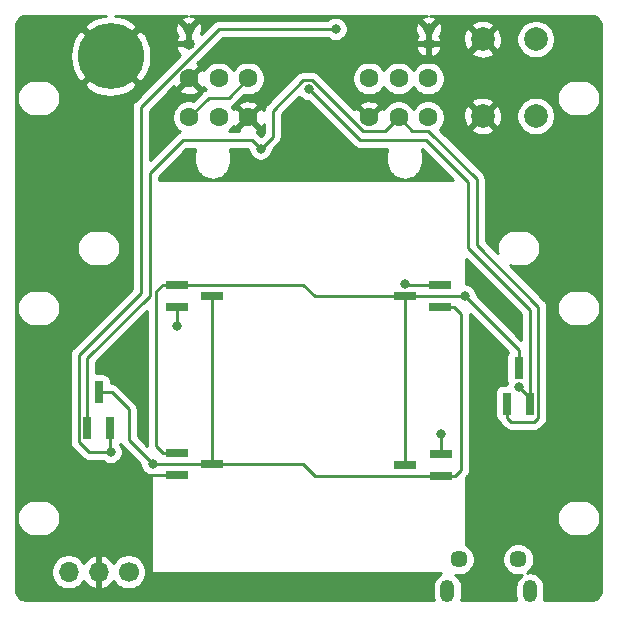
<source format=gtl>
G04 #@! TF.GenerationSoftware,KiCad,Pcbnew,5.1.5+dfsg1-2build2*
G04 #@! TF.CreationDate,2020-06-21T16:19:52-07:00*
G04 #@! TF.ProjectId,sram-cell,7372616d-2d63-4656-9c6c-2e6b69636164,rev?*
G04 #@! TF.SameCoordinates,Original*
G04 #@! TF.FileFunction,Copper,L1,Top*
G04 #@! TF.FilePolarity,Positive*
%FSLAX46Y46*%
G04 Gerber Fmt 4.6, Leading zero omitted, Abs format (unit mm)*
G04 Created by KiCad (PCBNEW 5.1.5+dfsg1-2build2) date 2020-06-21 16:19:52*
%MOMM*%
%LPD*%
G04 APERTURE LIST*
%ADD10C,1.600000*%
%ADD11O,1.200000X1.900000*%
%ADD12C,1.450000*%
%ADD13C,1.700000*%
%ADD14O,1.700000X1.700000*%
%ADD15C,1.000000*%
%ADD16O,1.000000X1.000000*%
%ADD17C,5.599999*%
%ADD18C,2.000000*%
%ADD19R,1.900000X0.800000*%
%ADD20R,0.800000X1.900000*%
%ADD21C,0.800000*%
%ADD22C,0.250000*%
%ADD23C,0.508000*%
%ADD24C,0.254000*%
G04 APERTURE END LIST*
D10*
X147280000Y-82170000D03*
X142280000Y-82170000D03*
X144780000Y-82170000D03*
X142280000Y-85470000D03*
X144780000Y-85470000D03*
X147280000Y-85470000D03*
D11*
X164140000Y-125570500D03*
X171140000Y-125570500D03*
D12*
X165140000Y-122870500D03*
X170140000Y-122870500D03*
D13*
X137160000Y-123952000D03*
D14*
X134620000Y-123952000D03*
X132080000Y-123952000D03*
D15*
X162560000Y-77978000D03*
D16*
X162560000Y-79248000D03*
D15*
X142240000Y-77978000D03*
D16*
X142240000Y-79248000D03*
D17*
X135636000Y-80264000D03*
D10*
X162520000Y-82170000D03*
X157520000Y-82170000D03*
X160020000Y-82170000D03*
X157520000Y-85470000D03*
X160020000Y-85470000D03*
X162520000Y-85470000D03*
D18*
X167132000Y-78844000D03*
X171632000Y-78844000D03*
X167132000Y-85344000D03*
X171632000Y-85344000D03*
D19*
X144248000Y-100584000D03*
X141248000Y-101534000D03*
X141248000Y-99634000D03*
X163552000Y-101534000D03*
X163552000Y-99634000D03*
X160552000Y-100584000D03*
X141248000Y-113858000D03*
X141248000Y-115758000D03*
X144248000Y-114808000D03*
X160576000Y-114874000D03*
X163576000Y-113924000D03*
X163576000Y-115824000D03*
D20*
X134620000Y-108736000D03*
X135570000Y-111736000D03*
X133670000Y-111736000D03*
X169230000Y-109704000D03*
X171130000Y-109704000D03*
X170180000Y-106704000D03*
D21*
X170180000Y-112776000D03*
X132842000Y-101600000D03*
X152400000Y-89916000D03*
X137668000Y-104140000D03*
X167386000Y-104902000D03*
X168656000Y-101346000D03*
X140208000Y-124968000D03*
X150876000Y-124968000D03*
X163576000Y-112268000D03*
X138684000Y-118872000D03*
X166624000Y-114808000D03*
X166370000Y-119888000D03*
X167640000Y-119888000D03*
X160528000Y-99568000D03*
X141224000Y-103124000D03*
X165608000Y-100584000D03*
X139192000Y-114808000D03*
X170180000Y-108254002D03*
X152400000Y-83058000D03*
X148336000Y-88099990D03*
X135636000Y-113792000D03*
X154686000Y-77978000D03*
D22*
X163576000Y-113924000D02*
X163576000Y-112268000D01*
X141248000Y-115758000D02*
X138242000Y-115758000D01*
D23*
X142240000Y-77978000D02*
X142240000Y-79248000D01*
X162560000Y-77978000D02*
X162560000Y-79248000D01*
D22*
X142280000Y-85470000D02*
X143930000Y-83820000D01*
X145630000Y-83820000D02*
X147280000Y-82170000D01*
X143930000Y-83820000D02*
X145630000Y-83820000D01*
X160594000Y-99634000D02*
X160528000Y-99568000D01*
X163552000Y-99634000D02*
X160594000Y-99634000D01*
X141248000Y-103100000D02*
X141248000Y-101534000D01*
X141224000Y-103124000D02*
X141248000Y-103100000D01*
X160552000Y-100650998D02*
X160552000Y-100584000D01*
X160576000Y-100674998D02*
X160552000Y-100650998D01*
X160576000Y-114874000D02*
X160576000Y-100674998D01*
X165608000Y-100584000D02*
X160552000Y-100584000D01*
X170180000Y-105156000D02*
X170180000Y-106704000D01*
X165608000Y-100584000D02*
X170180000Y-105156000D01*
X142448000Y-99634000D02*
X141248000Y-99634000D01*
X151958000Y-99634000D02*
X142448000Y-99634000D01*
X152908000Y-100584000D02*
X151958000Y-99634000D01*
X160552000Y-100584000D02*
X152908000Y-100584000D01*
X140048000Y-113858000D02*
X141248000Y-113858000D01*
X139490990Y-113300990D02*
X140048000Y-113858000D01*
X139490990Y-100191010D02*
X139490990Y-113300990D01*
X140048000Y-99634000D02*
X139490990Y-100191010D01*
X141248000Y-99634000D02*
X140048000Y-99634000D01*
X144248000Y-114808000D02*
X144248000Y-100584000D01*
X135719000Y-108736000D02*
X134620000Y-108736000D01*
X137160000Y-110177000D02*
X135719000Y-108736000D01*
X137160000Y-112776000D02*
X137160000Y-110177000D01*
X139192000Y-114808000D02*
X137160000Y-112776000D01*
X139192000Y-114808000D02*
X144248000Y-114808000D01*
X162376000Y-115824000D02*
X163576000Y-115824000D01*
X152908000Y-115824000D02*
X162376000Y-115824000D01*
X151892000Y-114808000D02*
X152908000Y-115824000D01*
X144248000Y-114808000D02*
X151892000Y-114808000D01*
X165309010Y-102091010D02*
X164752000Y-101534000D01*
X164752000Y-101534000D02*
X163552000Y-101534000D01*
X165309010Y-115290990D02*
X165309010Y-102091010D01*
X164776000Y-115824000D02*
X165309010Y-115290990D01*
X163576000Y-115824000D02*
X164776000Y-115824000D01*
X171130000Y-109204002D02*
X170180000Y-108254002D01*
X171130000Y-109704000D02*
X171130000Y-109204002D01*
X160019575Y-87376000D02*
X156718000Y-87376000D01*
X160020585Y-87374990D02*
X160019575Y-87376000D01*
X161035415Y-87374990D02*
X160020585Y-87374990D01*
X161036425Y-87376000D02*
X161035415Y-87374990D01*
X162306000Y-87376000D02*
X161036425Y-87376000D01*
X165862000Y-90932000D02*
X162306000Y-87376000D01*
X165862000Y-96520000D02*
X165862000Y-90932000D01*
X171130000Y-101788000D02*
X165862000Y-96520000D01*
X156718000Y-87376000D02*
X152400000Y-83058000D01*
X171130000Y-109704000D02*
X171130000Y-101788000D01*
X133670000Y-105852000D02*
X133670000Y-111736000D01*
X138938000Y-100584000D02*
X133670000Y-105852000D01*
X138938000Y-90170000D02*
X138938000Y-100584000D01*
X141733010Y-87374990D02*
X138938000Y-90170000D01*
X147611000Y-87374990D02*
X141733010Y-87374990D01*
X148336000Y-88099990D02*
X147611000Y-87374990D01*
X149352000Y-87083990D02*
X148336000Y-88099990D01*
X149352000Y-84885249D02*
X149352000Y-87083990D01*
X152711002Y-82296000D02*
X151941249Y-82296000D01*
X157029002Y-86614000D02*
X152711002Y-82296000D01*
X158876000Y-86614000D02*
X157029002Y-86614000D01*
X151941249Y-82296000D02*
X149352000Y-84885249D01*
X160020000Y-85470000D02*
X158876000Y-86614000D01*
X169230000Y-110904000D02*
X169230000Y-109704000D01*
X169578000Y-111252000D02*
X169230000Y-110904000D01*
X171517002Y-111252000D02*
X169578000Y-111252000D01*
X171855001Y-110914001D02*
X171517002Y-111252000D01*
X166624000Y-96266000D02*
X171855001Y-101497001D01*
X166624000Y-90678000D02*
X166624000Y-96266000D01*
X171855001Y-101497001D02*
X171855001Y-110914001D01*
X162541001Y-86595001D02*
X166624000Y-90678000D01*
X161145001Y-86595001D02*
X162541001Y-86595001D01*
X160020000Y-85470000D02*
X161145001Y-86595001D01*
X135570000Y-113726000D02*
X135636000Y-113792000D01*
X135570000Y-111736000D02*
X135570000Y-113726000D01*
X133790998Y-113792000D02*
X135636000Y-113792000D01*
X132944999Y-105561001D02*
X132944999Y-112946001D01*
X132944999Y-112946001D02*
X133790998Y-113792000D01*
X138176000Y-100330000D02*
X132944999Y-105561001D01*
X144806998Y-77978000D02*
X138176000Y-84608998D01*
X138176000Y-84608998D02*
X138176000Y-100330000D01*
X154686000Y-77978000D02*
X144806998Y-77978000D01*
D24*
G36*
X134970977Y-76877053D02*
G01*
X134322994Y-77071872D01*
X133725470Y-77389362D01*
X133711308Y-77398824D01*
X133399125Y-77847520D01*
X135636000Y-80084395D01*
X137872875Y-77847520D01*
X137560692Y-77398824D01*
X136964741Y-77078388D01*
X136317727Y-76880375D01*
X135994158Y-76847700D01*
X142115710Y-76847700D01*
X141937260Y-76878423D01*
X141728560Y-76958613D01*
X141676550Y-76986412D01*
X141641439Y-77199834D01*
X142240000Y-77798395D01*
X142838561Y-77199834D01*
X142803450Y-76986412D01*
X142599174Y-76895542D01*
X142387429Y-76847700D01*
X162435710Y-76847700D01*
X162257260Y-76878423D01*
X162048560Y-76958613D01*
X161996550Y-76986412D01*
X161961439Y-77199834D01*
X162560000Y-77798395D01*
X163158561Y-77199834D01*
X163123450Y-76986412D01*
X162919174Y-76895542D01*
X162707429Y-76847700D01*
X176244321Y-76847700D01*
X176445602Y-76867436D01*
X176608748Y-76916693D01*
X176759220Y-76996700D01*
X176891284Y-77104408D01*
X176999911Y-77235716D01*
X177080966Y-77385625D01*
X177131359Y-77548419D01*
X177152300Y-77747658D01*
X177152301Y-125444312D01*
X177132564Y-125645606D01*
X177083308Y-125808747D01*
X177003301Y-125959219D01*
X176895593Y-126091283D01*
X176764285Y-126199910D01*
X176614376Y-126280965D01*
X176451582Y-126331359D01*
X176252341Y-126352300D01*
X172299586Y-126352300D01*
X172357130Y-126162601D01*
X172375000Y-125981164D01*
X172375000Y-125159835D01*
X172357130Y-124978398D01*
X172286511Y-124745599D01*
X172171833Y-124531051D01*
X172017502Y-124342998D01*
X171829448Y-124188667D01*
X171614900Y-124073989D01*
X171382101Y-124003370D01*
X171140000Y-123979525D01*
X170897898Y-124003370D01*
X170887965Y-124006383D01*
X171006949Y-123926881D01*
X171196381Y-123737449D01*
X171345216Y-123514701D01*
X171447736Y-123267197D01*
X171500000Y-123004448D01*
X171500000Y-122736552D01*
X171447736Y-122473803D01*
X171345216Y-122226299D01*
X171196381Y-122003551D01*
X171006949Y-121814119D01*
X170784201Y-121665284D01*
X170536697Y-121562764D01*
X170273948Y-121510500D01*
X170006052Y-121510500D01*
X169743303Y-121562764D01*
X169495799Y-121665284D01*
X169273051Y-121814119D01*
X169083619Y-122003551D01*
X168934784Y-122226299D01*
X168832264Y-122473803D01*
X168780000Y-122736552D01*
X168780000Y-123004448D01*
X168832264Y-123267197D01*
X168934784Y-123514701D01*
X169083619Y-123737449D01*
X169273051Y-123926881D01*
X169495799Y-124075716D01*
X169743303Y-124178236D01*
X170006052Y-124230500D01*
X170273948Y-124230500D01*
X170439768Y-124197516D01*
X170262498Y-124342998D01*
X170108167Y-124531052D01*
X169993489Y-124745600D01*
X169922870Y-124978399D01*
X169905000Y-125159836D01*
X169905000Y-125981165D01*
X169922870Y-126162602D01*
X169980414Y-126352300D01*
X165299586Y-126352300D01*
X165357130Y-126162602D01*
X165375000Y-125981165D01*
X165375000Y-125159836D01*
X165357130Y-124978399D01*
X165286511Y-124745599D01*
X165171833Y-124531051D01*
X165017502Y-124342998D01*
X164840232Y-124197516D01*
X165006052Y-124230500D01*
X165273948Y-124230500D01*
X165536697Y-124178236D01*
X165784201Y-124075716D01*
X166006949Y-123926881D01*
X166196381Y-123737449D01*
X166345216Y-123514701D01*
X166447736Y-123267197D01*
X166500000Y-123004448D01*
X166500000Y-122736552D01*
X166447736Y-122473803D01*
X166345216Y-122226299D01*
X166196381Y-122003551D01*
X166006949Y-121814119D01*
X165784201Y-121665284D01*
X165735000Y-121644904D01*
X165735000Y-119380000D01*
X173417573Y-119380000D01*
X173447210Y-119680913D01*
X173534983Y-119970261D01*
X173677519Y-120236927D01*
X173869339Y-120470661D01*
X174103073Y-120662481D01*
X174369739Y-120805017D01*
X174659087Y-120892790D01*
X174884592Y-120915000D01*
X175635408Y-120915000D01*
X175860913Y-120892790D01*
X176150261Y-120805017D01*
X176416927Y-120662481D01*
X176650661Y-120470661D01*
X176842481Y-120236927D01*
X176985017Y-119970261D01*
X177072790Y-119680913D01*
X177102427Y-119380000D01*
X177072790Y-119079087D01*
X176985017Y-118789739D01*
X176842481Y-118523073D01*
X176650661Y-118289339D01*
X176416927Y-118097519D01*
X176150261Y-117954983D01*
X175860913Y-117867210D01*
X175635408Y-117845000D01*
X174884592Y-117845000D01*
X174659087Y-117867210D01*
X174369739Y-117954983D01*
X174103073Y-118097519D01*
X173869339Y-118289339D01*
X173677519Y-118523073D01*
X173534983Y-118789739D01*
X173447210Y-119079087D01*
X173417573Y-119380000D01*
X165735000Y-119380000D01*
X165735000Y-115939802D01*
X165820013Y-115854788D01*
X165849011Y-115830991D01*
X165876495Y-115797502D01*
X165943984Y-115715267D01*
X166014556Y-115583237D01*
X166037083Y-115508974D01*
X166058013Y-115439976D01*
X166069010Y-115328323D01*
X166069010Y-115328313D01*
X166072686Y-115290990D01*
X166069010Y-115253667D01*
X166069010Y-102128332D01*
X166069774Y-102120575D01*
X169294196Y-105344999D01*
X169249463Y-105399506D01*
X169190498Y-105509820D01*
X169154188Y-105629518D01*
X169141928Y-105754000D01*
X169141928Y-107654000D01*
X169154188Y-107778482D01*
X169190498Y-107898180D01*
X169199857Y-107915690D01*
X169184774Y-107952104D01*
X169152188Y-108115928D01*
X168830000Y-108115928D01*
X168705518Y-108128188D01*
X168585820Y-108164498D01*
X168475506Y-108223463D01*
X168378815Y-108302815D01*
X168299463Y-108399506D01*
X168240498Y-108509820D01*
X168204188Y-108629518D01*
X168191928Y-108754000D01*
X168191928Y-110654000D01*
X168204188Y-110778482D01*
X168240498Y-110898180D01*
X168299463Y-111008494D01*
X168378815Y-111105185D01*
X168475506Y-111184537D01*
X168535271Y-111216482D01*
X168595026Y-111328276D01*
X168603234Y-111338277D01*
X168689999Y-111444001D01*
X168719003Y-111467804D01*
X169014196Y-111762997D01*
X169037999Y-111792001D01*
X169153724Y-111886974D01*
X169285753Y-111957546D01*
X169429014Y-112001003D01*
X169540667Y-112012000D01*
X169540676Y-112012000D01*
X169577999Y-112015676D01*
X169615322Y-112012000D01*
X171479680Y-112012000D01*
X171517002Y-112015676D01*
X171554324Y-112012000D01*
X171554335Y-112012000D01*
X171665988Y-112001003D01*
X171809249Y-111957546D01*
X171941278Y-111886974D01*
X172057003Y-111792001D01*
X172080806Y-111762997D01*
X172365998Y-111477805D01*
X172395002Y-111454002D01*
X172489975Y-111338277D01*
X172560547Y-111206248D01*
X172604004Y-111062987D01*
X172615001Y-110951334D01*
X172615001Y-110951326D01*
X172618677Y-110914001D01*
X172615001Y-110876676D01*
X172615001Y-101600000D01*
X173417573Y-101600000D01*
X173447210Y-101900913D01*
X173534983Y-102190261D01*
X173677519Y-102456927D01*
X173869339Y-102690661D01*
X174103073Y-102882481D01*
X174369739Y-103025017D01*
X174659087Y-103112790D01*
X174884592Y-103135000D01*
X175635408Y-103135000D01*
X175860913Y-103112790D01*
X176150261Y-103025017D01*
X176416927Y-102882481D01*
X176650661Y-102690661D01*
X176842481Y-102456927D01*
X176985017Y-102190261D01*
X177072790Y-101900913D01*
X177102427Y-101600000D01*
X177072790Y-101299087D01*
X176985017Y-101009739D01*
X176842481Y-100743073D01*
X176650661Y-100509339D01*
X176416927Y-100317519D01*
X176150261Y-100174983D01*
X175860913Y-100087210D01*
X175635408Y-100065000D01*
X174884592Y-100065000D01*
X174659087Y-100087210D01*
X174369739Y-100174983D01*
X174103073Y-100317519D01*
X173869339Y-100509339D01*
X173677519Y-100743073D01*
X173534983Y-101009739D01*
X173447210Y-101299087D01*
X173417573Y-101600000D01*
X172615001Y-101600000D01*
X172615001Y-101534334D01*
X172618678Y-101497001D01*
X172604004Y-101348015D01*
X172560547Y-101204754D01*
X172489975Y-101072725D01*
X172418800Y-100985998D01*
X172395002Y-100957000D01*
X172366005Y-100933203D01*
X169416171Y-97983370D01*
X169579087Y-98032790D01*
X169804592Y-98055000D01*
X170555408Y-98055000D01*
X170780913Y-98032790D01*
X171070261Y-97945017D01*
X171336927Y-97802481D01*
X171570661Y-97610661D01*
X171762481Y-97376927D01*
X171905017Y-97110261D01*
X171992790Y-96820913D01*
X172022427Y-96520000D01*
X171992790Y-96219087D01*
X171905017Y-95929739D01*
X171762481Y-95663073D01*
X171570661Y-95429339D01*
X171336927Y-95237519D01*
X171070261Y-95094983D01*
X170780913Y-95007210D01*
X170555408Y-94985000D01*
X169804592Y-94985000D01*
X169579087Y-95007210D01*
X169289739Y-95094983D01*
X169023073Y-95237519D01*
X168789339Y-95429339D01*
X168597519Y-95663073D01*
X168454983Y-95929739D01*
X168367210Y-96219087D01*
X168337573Y-96520000D01*
X168367210Y-96820913D01*
X168416630Y-96983829D01*
X167384000Y-95951199D01*
X167384000Y-90715333D01*
X167387677Y-90678000D01*
X167373003Y-90529014D01*
X167329546Y-90385753D01*
X167258974Y-90253724D01*
X167200930Y-90182997D01*
X167164001Y-90137999D01*
X167135004Y-90114202D01*
X163520099Y-86499297D01*
X163539983Y-86479413D01*
X166176192Y-86479413D01*
X166271956Y-86743814D01*
X166561571Y-86884704D01*
X166873108Y-86966384D01*
X167194595Y-86985718D01*
X167513675Y-86941961D01*
X167818088Y-86836795D01*
X167992044Y-86743814D01*
X168087808Y-86479413D01*
X167132000Y-85523605D01*
X166176192Y-86479413D01*
X163539983Y-86479413D01*
X163634637Y-86384759D01*
X163791680Y-86149727D01*
X163899853Y-85888574D01*
X163955000Y-85611335D01*
X163955000Y-85406595D01*
X165490282Y-85406595D01*
X165534039Y-85725675D01*
X165639205Y-86030088D01*
X165732186Y-86204044D01*
X165996587Y-86299808D01*
X166952395Y-85344000D01*
X167311605Y-85344000D01*
X168267413Y-86299808D01*
X168531814Y-86204044D01*
X168672704Y-85914429D01*
X168754384Y-85602892D01*
X168773718Y-85281405D01*
X168760219Y-85182967D01*
X169997000Y-85182967D01*
X169997000Y-85505033D01*
X170059832Y-85820912D01*
X170183082Y-86118463D01*
X170362013Y-86386252D01*
X170589748Y-86613987D01*
X170857537Y-86792918D01*
X171155088Y-86916168D01*
X171470967Y-86979000D01*
X171793033Y-86979000D01*
X172108912Y-86916168D01*
X172406463Y-86792918D01*
X172674252Y-86613987D01*
X172901987Y-86386252D01*
X173080918Y-86118463D01*
X173204168Y-85820912D01*
X173267000Y-85505033D01*
X173267000Y-85182967D01*
X173204168Y-84867088D01*
X173080918Y-84569537D01*
X172901987Y-84301748D01*
X172674252Y-84074013D01*
X172406463Y-83895082D01*
X172225200Y-83820000D01*
X173417573Y-83820000D01*
X173447210Y-84120913D01*
X173534983Y-84410261D01*
X173677519Y-84676927D01*
X173869339Y-84910661D01*
X174103073Y-85102481D01*
X174369739Y-85245017D01*
X174659087Y-85332790D01*
X174884592Y-85355000D01*
X175635408Y-85355000D01*
X175860913Y-85332790D01*
X176150261Y-85245017D01*
X176416927Y-85102481D01*
X176650661Y-84910661D01*
X176842481Y-84676927D01*
X176985017Y-84410261D01*
X177072790Y-84120913D01*
X177102427Y-83820000D01*
X177072790Y-83519087D01*
X176985017Y-83229739D01*
X176842481Y-82963073D01*
X176650661Y-82729339D01*
X176416927Y-82537519D01*
X176150261Y-82394983D01*
X175860913Y-82307210D01*
X175635408Y-82285000D01*
X174884592Y-82285000D01*
X174659087Y-82307210D01*
X174369739Y-82394983D01*
X174103073Y-82537519D01*
X173869339Y-82729339D01*
X173677519Y-82963073D01*
X173534983Y-83229739D01*
X173447210Y-83519087D01*
X173417573Y-83820000D01*
X172225200Y-83820000D01*
X172108912Y-83771832D01*
X171793033Y-83709000D01*
X171470967Y-83709000D01*
X171155088Y-83771832D01*
X170857537Y-83895082D01*
X170589748Y-84074013D01*
X170362013Y-84301748D01*
X170183082Y-84569537D01*
X170059832Y-84867088D01*
X169997000Y-85182967D01*
X168760219Y-85182967D01*
X168729961Y-84962325D01*
X168624795Y-84657912D01*
X168531814Y-84483956D01*
X168267413Y-84388192D01*
X167311605Y-85344000D01*
X166952395Y-85344000D01*
X165996587Y-84388192D01*
X165732186Y-84483956D01*
X165591296Y-84773571D01*
X165509616Y-85085108D01*
X165490282Y-85406595D01*
X163955000Y-85406595D01*
X163955000Y-85328665D01*
X163899853Y-85051426D01*
X163791680Y-84790273D01*
X163634637Y-84555241D01*
X163434759Y-84355363D01*
X163215093Y-84208587D01*
X166176192Y-84208587D01*
X167132000Y-85164395D01*
X168087808Y-84208587D01*
X167992044Y-83944186D01*
X167702429Y-83803296D01*
X167390892Y-83721616D01*
X167069405Y-83702282D01*
X166750325Y-83746039D01*
X166445912Y-83851205D01*
X166271956Y-83944186D01*
X166176192Y-84208587D01*
X163215093Y-84208587D01*
X163199727Y-84198320D01*
X162938574Y-84090147D01*
X162661335Y-84035000D01*
X162378665Y-84035000D01*
X162101426Y-84090147D01*
X161840273Y-84198320D01*
X161605241Y-84355363D01*
X161405363Y-84555241D01*
X161270000Y-84757827D01*
X161134637Y-84555241D01*
X160934759Y-84355363D01*
X160699727Y-84198320D01*
X160438574Y-84090147D01*
X160161335Y-84035000D01*
X159878665Y-84035000D01*
X159601426Y-84090147D01*
X159340273Y-84198320D01*
X159105241Y-84355363D01*
X158905363Y-84555241D01*
X158771308Y-84755869D01*
X158756671Y-84728486D01*
X158512702Y-84656903D01*
X157699605Y-85470000D01*
X157713748Y-85484143D01*
X157534143Y-85663748D01*
X157520000Y-85649605D01*
X157505858Y-85663748D01*
X157326253Y-85484143D01*
X157340395Y-85470000D01*
X156527298Y-84656903D01*
X156283329Y-84728486D01*
X156262439Y-84772635D01*
X155967102Y-84477298D01*
X156706903Y-84477298D01*
X157520000Y-85290395D01*
X158333097Y-84477298D01*
X158261514Y-84233329D01*
X158006004Y-84112429D01*
X157731816Y-84043700D01*
X157449488Y-84029783D01*
X157169870Y-84071213D01*
X156903708Y-84166397D01*
X156778486Y-84233329D01*
X156706903Y-84477298D01*
X155967102Y-84477298D01*
X153518469Y-82028665D01*
X156085000Y-82028665D01*
X156085000Y-82311335D01*
X156140147Y-82588574D01*
X156248320Y-82849727D01*
X156405363Y-83084759D01*
X156605241Y-83284637D01*
X156840273Y-83441680D01*
X157101426Y-83549853D01*
X157378665Y-83605000D01*
X157661335Y-83605000D01*
X157938574Y-83549853D01*
X158199727Y-83441680D01*
X158434759Y-83284637D01*
X158634637Y-83084759D01*
X158770000Y-82882173D01*
X158905363Y-83084759D01*
X159105241Y-83284637D01*
X159340273Y-83441680D01*
X159601426Y-83549853D01*
X159878665Y-83605000D01*
X160161335Y-83605000D01*
X160438574Y-83549853D01*
X160699727Y-83441680D01*
X160934759Y-83284637D01*
X161134637Y-83084759D01*
X161270000Y-82882173D01*
X161405363Y-83084759D01*
X161605241Y-83284637D01*
X161840273Y-83441680D01*
X162101426Y-83549853D01*
X162378665Y-83605000D01*
X162661335Y-83605000D01*
X162938574Y-83549853D01*
X163199727Y-83441680D01*
X163434759Y-83284637D01*
X163634637Y-83084759D01*
X163791680Y-82849727D01*
X163899853Y-82588574D01*
X163955000Y-82311335D01*
X163955000Y-82028665D01*
X163899853Y-81751426D01*
X163791680Y-81490273D01*
X163634637Y-81255241D01*
X163434759Y-81055363D01*
X163199727Y-80898320D01*
X162938574Y-80790147D01*
X162661335Y-80735000D01*
X162378665Y-80735000D01*
X162101426Y-80790147D01*
X161840273Y-80898320D01*
X161605241Y-81055363D01*
X161405363Y-81255241D01*
X161270000Y-81457827D01*
X161134637Y-81255241D01*
X160934759Y-81055363D01*
X160699727Y-80898320D01*
X160438574Y-80790147D01*
X160161335Y-80735000D01*
X159878665Y-80735000D01*
X159601426Y-80790147D01*
X159340273Y-80898320D01*
X159105241Y-81055363D01*
X158905363Y-81255241D01*
X158770000Y-81457827D01*
X158634637Y-81255241D01*
X158434759Y-81055363D01*
X158199727Y-80898320D01*
X157938574Y-80790147D01*
X157661335Y-80735000D01*
X157378665Y-80735000D01*
X157101426Y-80790147D01*
X156840273Y-80898320D01*
X156605241Y-81055363D01*
X156405363Y-81255241D01*
X156248320Y-81490273D01*
X156140147Y-81751426D01*
X156085000Y-82028665D01*
X153518469Y-82028665D01*
X153274806Y-81785003D01*
X153251003Y-81755999D01*
X153135278Y-81661026D01*
X153003249Y-81590454D01*
X152859988Y-81546997D01*
X152748335Y-81536000D01*
X152748324Y-81536000D01*
X152711002Y-81532324D01*
X152673680Y-81536000D01*
X151978571Y-81536000D01*
X151941248Y-81532324D01*
X151903925Y-81536000D01*
X151903916Y-81536000D01*
X151792263Y-81546997D01*
X151649002Y-81590454D01*
X151516972Y-81661026D01*
X151433332Y-81729668D01*
X151401248Y-81755999D01*
X151377450Y-81784997D01*
X148841003Y-84321445D01*
X148811999Y-84345248D01*
X148758645Y-84410261D01*
X148717026Y-84460973D01*
X148657859Y-84571666D01*
X148646454Y-84593003D01*
X148602997Y-84736264D01*
X148592000Y-84847917D01*
X148592000Y-84847927D01*
X148589740Y-84870870D01*
X148583603Y-84853708D01*
X148516671Y-84728486D01*
X148272702Y-84656903D01*
X147459605Y-85470000D01*
X148272702Y-86283097D01*
X148516671Y-86211514D01*
X148592001Y-86052313D01*
X148592001Y-86769187D01*
X148336000Y-87025189D01*
X148174803Y-86863992D01*
X148151001Y-86834989D01*
X148035276Y-86740016D01*
X147997203Y-86719665D01*
X148021514Y-86706671D01*
X148093097Y-86462702D01*
X147280000Y-85649605D01*
X146466903Y-86462702D01*
X146511586Y-86614990D01*
X145649332Y-86614990D01*
X145694759Y-86584637D01*
X145894637Y-86384759D01*
X146028692Y-86184131D01*
X146043329Y-86211514D01*
X146287298Y-86283097D01*
X147100395Y-85470000D01*
X146287298Y-84656903D01*
X146043329Y-84728486D01*
X146029676Y-84757341D01*
X145894637Y-84555241D01*
X145878279Y-84538883D01*
X145922247Y-84525546D01*
X146012511Y-84477298D01*
X146466903Y-84477298D01*
X147280000Y-85290395D01*
X148093097Y-84477298D01*
X148021514Y-84233329D01*
X147766004Y-84112429D01*
X147491816Y-84043700D01*
X147209488Y-84029783D01*
X146929870Y-84071213D01*
X146663708Y-84166397D01*
X146538486Y-84233329D01*
X146466903Y-84477298D01*
X146012511Y-84477298D01*
X146054276Y-84454974D01*
X146170001Y-84360001D01*
X146193803Y-84330998D01*
X146956114Y-83568688D01*
X147138665Y-83605000D01*
X147421335Y-83605000D01*
X147698574Y-83549853D01*
X147959727Y-83441680D01*
X148194759Y-83284637D01*
X148394637Y-83084759D01*
X148551680Y-82849727D01*
X148659853Y-82588574D01*
X148715000Y-82311335D01*
X148715000Y-82028665D01*
X148659853Y-81751426D01*
X148551680Y-81490273D01*
X148394637Y-81255241D01*
X148194759Y-81055363D01*
X147959727Y-80898320D01*
X147698574Y-80790147D01*
X147421335Y-80735000D01*
X147138665Y-80735000D01*
X146861426Y-80790147D01*
X146600273Y-80898320D01*
X146365241Y-81055363D01*
X146165363Y-81255241D01*
X146030000Y-81457827D01*
X145894637Y-81255241D01*
X145694759Y-81055363D01*
X145459727Y-80898320D01*
X145198574Y-80790147D01*
X144921335Y-80735000D01*
X144638665Y-80735000D01*
X144361426Y-80790147D01*
X144100273Y-80898320D01*
X143865241Y-81055363D01*
X143665363Y-81255241D01*
X143531308Y-81455869D01*
X143516671Y-81428486D01*
X143272702Y-81356903D01*
X142459605Y-82170000D01*
X143272702Y-82983097D01*
X143516671Y-82911514D01*
X143530324Y-82882659D01*
X143665363Y-83084759D01*
X143681721Y-83101117D01*
X143637753Y-83114454D01*
X143505724Y-83185026D01*
X143505722Y-83185027D01*
X143505723Y-83185027D01*
X143418996Y-83256201D01*
X143418992Y-83256205D01*
X143389999Y-83279999D01*
X143366205Y-83308992D01*
X142603886Y-84071312D01*
X142421335Y-84035000D01*
X142138665Y-84035000D01*
X141861426Y-84090147D01*
X141600273Y-84198320D01*
X141365241Y-84355363D01*
X141165363Y-84555241D01*
X141008320Y-84790273D01*
X140900147Y-85051426D01*
X140845000Y-85328665D01*
X140845000Y-85611335D01*
X140900147Y-85888574D01*
X141008320Y-86149727D01*
X141165363Y-86384759D01*
X141365241Y-86584637D01*
X141476115Y-86658720D01*
X141440763Y-86669444D01*
X141308733Y-86740016D01*
X141225093Y-86808658D01*
X141193009Y-86834989D01*
X141169211Y-86863987D01*
X138936000Y-89097199D01*
X138936000Y-84923799D01*
X140697097Y-83162702D01*
X141466903Y-83162702D01*
X141538486Y-83406671D01*
X141793996Y-83527571D01*
X142068184Y-83596300D01*
X142350512Y-83610217D01*
X142630130Y-83568787D01*
X142896292Y-83473603D01*
X143021514Y-83406671D01*
X143093097Y-83162702D01*
X142280000Y-82349605D01*
X141466903Y-83162702D01*
X140697097Y-83162702D01*
X141010223Y-82849576D01*
X141043329Y-82911514D01*
X141287298Y-82983097D01*
X142100395Y-82170000D01*
X142086253Y-82155858D01*
X142265858Y-81976253D01*
X142280000Y-81990395D01*
X143093097Y-81177298D01*
X143021514Y-80933329D01*
X142956998Y-80902802D01*
X144309926Y-79549874D01*
X161465881Y-79549874D01*
X161482554Y-79604864D01*
X161572877Y-79808206D01*
X161701135Y-79990020D01*
X161862399Y-80143318D01*
X162050471Y-80262210D01*
X162258124Y-80342126D01*
X162433000Y-80217129D01*
X162433000Y-79375000D01*
X162687000Y-79375000D01*
X162687000Y-80217129D01*
X162861876Y-80342126D01*
X163069529Y-80262210D01*
X163257601Y-80143318D01*
X163418865Y-79990020D01*
X163426347Y-79979413D01*
X166176192Y-79979413D01*
X166271956Y-80243814D01*
X166561571Y-80384704D01*
X166873108Y-80466384D01*
X167194595Y-80485718D01*
X167513675Y-80441961D01*
X167818088Y-80336795D01*
X167992044Y-80243814D01*
X168087808Y-79979413D01*
X167132000Y-79023605D01*
X166176192Y-79979413D01*
X163426347Y-79979413D01*
X163547123Y-79808206D01*
X163637446Y-79604864D01*
X163654119Y-79549874D01*
X163527954Y-79375000D01*
X162687000Y-79375000D01*
X162433000Y-79375000D01*
X161592046Y-79375000D01*
X161465881Y-79549874D01*
X144309926Y-79549874D01*
X145121800Y-78738000D01*
X153982289Y-78738000D01*
X154026226Y-78781937D01*
X154195744Y-78895205D01*
X154384102Y-78973226D01*
X154584061Y-79013000D01*
X154787939Y-79013000D01*
X154987898Y-78973226D01*
X155176256Y-78895205D01*
X155345774Y-78781937D01*
X155489937Y-78637774D01*
X155603205Y-78468256D01*
X155681226Y-78279898D01*
X155721000Y-78079939D01*
X155721000Y-78060406D01*
X161422489Y-78060406D01*
X161460423Y-78280740D01*
X161540613Y-78489440D01*
X161568412Y-78541450D01*
X161664914Y-78557326D01*
X161572877Y-78687794D01*
X161482554Y-78891136D01*
X161465881Y-78946126D01*
X161592046Y-79121000D01*
X162433000Y-79121000D01*
X162433000Y-79110096D01*
X162642406Y-79115511D01*
X162687000Y-79107833D01*
X162687000Y-79121000D01*
X163527954Y-79121000D01*
X163654119Y-78946126D01*
X163642134Y-78906595D01*
X165490282Y-78906595D01*
X165534039Y-79225675D01*
X165639205Y-79530088D01*
X165732186Y-79704044D01*
X165996587Y-79799808D01*
X166952395Y-78844000D01*
X167311605Y-78844000D01*
X168267413Y-79799808D01*
X168531814Y-79704044D01*
X168672704Y-79414429D01*
X168754384Y-79102892D01*
X168773718Y-78781405D01*
X168760219Y-78682967D01*
X169997000Y-78682967D01*
X169997000Y-79005033D01*
X170059832Y-79320912D01*
X170183082Y-79618463D01*
X170362013Y-79886252D01*
X170589748Y-80113987D01*
X170857537Y-80292918D01*
X171155088Y-80416168D01*
X171470967Y-80479000D01*
X171793033Y-80479000D01*
X172108912Y-80416168D01*
X172406463Y-80292918D01*
X172674252Y-80113987D01*
X172901987Y-79886252D01*
X173080918Y-79618463D01*
X173204168Y-79320912D01*
X173267000Y-79005033D01*
X173267000Y-78682967D01*
X173204168Y-78367088D01*
X173080918Y-78069537D01*
X172901987Y-77801748D01*
X172674252Y-77574013D01*
X172406463Y-77395082D01*
X172108912Y-77271832D01*
X171793033Y-77209000D01*
X171470967Y-77209000D01*
X171155088Y-77271832D01*
X170857537Y-77395082D01*
X170589748Y-77574013D01*
X170362013Y-77801748D01*
X170183082Y-78069537D01*
X170059832Y-78367088D01*
X169997000Y-78682967D01*
X168760219Y-78682967D01*
X168729961Y-78462325D01*
X168624795Y-78157912D01*
X168531814Y-77983956D01*
X168267413Y-77888192D01*
X167311605Y-78844000D01*
X166952395Y-78844000D01*
X165996587Y-77888192D01*
X165732186Y-77983956D01*
X165591296Y-78273571D01*
X165509616Y-78585108D01*
X165490282Y-78906595D01*
X163642134Y-78906595D01*
X163637446Y-78891136D01*
X163547123Y-78687794D01*
X163455086Y-78557326D01*
X163551588Y-78541450D01*
X163642458Y-78337174D01*
X163691731Y-78119095D01*
X163697511Y-77895594D01*
X163665315Y-77708587D01*
X166176192Y-77708587D01*
X167132000Y-78664395D01*
X168087808Y-77708587D01*
X167992044Y-77444186D01*
X167702429Y-77303296D01*
X167390892Y-77221616D01*
X167069405Y-77202282D01*
X166750325Y-77246039D01*
X166445912Y-77351205D01*
X166271956Y-77444186D01*
X166176192Y-77708587D01*
X163665315Y-77708587D01*
X163659577Y-77675260D01*
X163579387Y-77466560D01*
X163551588Y-77414550D01*
X163338166Y-77379439D01*
X162739605Y-77978000D01*
X162753748Y-77992143D01*
X162574143Y-78171748D01*
X162560000Y-78157605D01*
X162545858Y-78171748D01*
X162366253Y-77992143D01*
X162380395Y-77978000D01*
X161781834Y-77379439D01*
X161568412Y-77414550D01*
X161477542Y-77618826D01*
X161428269Y-77836905D01*
X161422489Y-78060406D01*
X155721000Y-78060406D01*
X155721000Y-77876061D01*
X155681226Y-77676102D01*
X155603205Y-77487744D01*
X155489937Y-77318226D01*
X155345774Y-77174063D01*
X155176256Y-77060795D01*
X154987898Y-76982774D01*
X154787939Y-76943000D01*
X154584061Y-76943000D01*
X154384102Y-76982774D01*
X154195744Y-77060795D01*
X154026226Y-77174063D01*
X153982289Y-77218000D01*
X144844320Y-77218000D01*
X144806997Y-77214324D01*
X144769674Y-77218000D01*
X144769665Y-77218000D01*
X144658012Y-77228997D01*
X144514751Y-77272454D01*
X144382722Y-77343026D01*
X144266997Y-77437999D01*
X144243199Y-77466997D01*
X143281942Y-78428254D01*
X143322458Y-78337174D01*
X143371731Y-78119095D01*
X143377511Y-77895594D01*
X143339577Y-77675260D01*
X143259387Y-77466560D01*
X143231588Y-77414550D01*
X143018166Y-77379439D01*
X142419605Y-77978000D01*
X142433748Y-77992143D01*
X142254143Y-78171748D01*
X142240000Y-78157605D01*
X142225858Y-78171748D01*
X142046253Y-77992143D01*
X142060395Y-77978000D01*
X141461834Y-77379439D01*
X141248412Y-77414550D01*
X141157542Y-77618826D01*
X141108269Y-77836905D01*
X141102489Y-78060406D01*
X141140423Y-78280740D01*
X141220613Y-78489440D01*
X141248412Y-78541450D01*
X141344914Y-78557326D01*
X141252877Y-78687794D01*
X141162554Y-78891136D01*
X141145881Y-78946126D01*
X141272046Y-79121000D01*
X142113000Y-79121000D01*
X142113000Y-79110096D01*
X142322406Y-79115511D01*
X142367000Y-79107833D01*
X142367000Y-79121000D01*
X142387000Y-79121000D01*
X142387000Y-79323196D01*
X142315196Y-79395000D01*
X142113000Y-79395000D01*
X142113000Y-79375000D01*
X141272046Y-79375000D01*
X141145881Y-79549874D01*
X141162554Y-79604864D01*
X141252877Y-79808206D01*
X141381135Y-79990020D01*
X141542399Y-80143318D01*
X141557397Y-80152799D01*
X137665003Y-84045194D01*
X137635999Y-84068997D01*
X137600506Y-84112246D01*
X137541026Y-84184722D01*
X137533758Y-84198320D01*
X137470454Y-84316752D01*
X137426997Y-84460013D01*
X137416000Y-84571666D01*
X137416000Y-84571676D01*
X137412324Y-84608998D01*
X137416000Y-84646320D01*
X137416001Y-100015197D01*
X132434002Y-104997197D01*
X132404998Y-105021000D01*
X132349870Y-105088175D01*
X132310025Y-105136725D01*
X132304825Y-105146454D01*
X132239453Y-105268755D01*
X132195996Y-105412016D01*
X132184999Y-105523669D01*
X132184999Y-105523679D01*
X132181323Y-105561001D01*
X132184999Y-105598323D01*
X132185000Y-112908669D01*
X132181323Y-112946001D01*
X132195997Y-113094986D01*
X132239453Y-113238247D01*
X132310025Y-113370277D01*
X132362120Y-113433754D01*
X132404999Y-113486002D01*
X132433997Y-113509800D01*
X133227199Y-114303003D01*
X133250997Y-114332001D01*
X133366722Y-114426974D01*
X133498751Y-114497546D01*
X133642012Y-114541003D01*
X133753665Y-114552000D01*
X133753674Y-114552000D01*
X133790997Y-114555676D01*
X133828320Y-114552000D01*
X134932289Y-114552000D01*
X134976226Y-114595937D01*
X135145744Y-114709205D01*
X135334102Y-114787226D01*
X135534061Y-114827000D01*
X135737939Y-114827000D01*
X135937898Y-114787226D01*
X136126256Y-114709205D01*
X136295774Y-114595937D01*
X136439937Y-114451774D01*
X136553205Y-114282256D01*
X136631226Y-114093898D01*
X136671000Y-113893939D01*
X136671000Y-113690061D01*
X136631226Y-113490102D01*
X136553205Y-113301744D01*
X136439937Y-113132226D01*
X136431873Y-113124162D01*
X136463647Y-113085445D01*
X136525026Y-113200276D01*
X136556189Y-113238248D01*
X136619999Y-113316001D01*
X136649003Y-113339804D01*
X138157000Y-114847802D01*
X138157000Y-114909939D01*
X138196774Y-115109898D01*
X138274795Y-115298256D01*
X138388063Y-115467774D01*
X138532226Y-115611937D01*
X138701744Y-115725205D01*
X138890102Y-115803226D01*
X139065000Y-115838015D01*
X139065000Y-123952000D01*
X139067440Y-123976776D01*
X139074667Y-124000601D01*
X139086403Y-124022557D01*
X139102197Y-124041803D01*
X139121443Y-124057597D01*
X139143399Y-124069333D01*
X139167224Y-124076560D01*
X139192000Y-124079000D01*
X163655725Y-124079000D01*
X163450552Y-124188667D01*
X163262499Y-124342998D01*
X163108168Y-124531051D01*
X162993489Y-124745599D01*
X162922870Y-124978398D01*
X162905000Y-125159835D01*
X162905000Y-125981164D01*
X162922870Y-126162601D01*
X162980415Y-126352300D01*
X128555678Y-126352300D01*
X128354394Y-126332564D01*
X128191253Y-126283308D01*
X128040780Y-126203300D01*
X127908717Y-126095593D01*
X127800090Y-125964285D01*
X127719035Y-125814376D01*
X127668641Y-125651582D01*
X127647700Y-125452341D01*
X127647700Y-123805740D01*
X130595000Y-123805740D01*
X130595000Y-124098260D01*
X130652068Y-124385158D01*
X130764010Y-124655411D01*
X130926525Y-124898632D01*
X131133368Y-125105475D01*
X131376589Y-125267990D01*
X131646842Y-125379932D01*
X131933740Y-125437000D01*
X132226260Y-125437000D01*
X132513158Y-125379932D01*
X132783411Y-125267990D01*
X133026632Y-125105475D01*
X133233475Y-124898632D01*
X133355195Y-124716466D01*
X133424822Y-124833355D01*
X133619731Y-125049588D01*
X133853080Y-125223641D01*
X134115901Y-125348825D01*
X134263110Y-125393476D01*
X134493000Y-125272155D01*
X134493000Y-124079000D01*
X134473000Y-124079000D01*
X134473000Y-123825000D01*
X134493000Y-123825000D01*
X134493000Y-122631845D01*
X134747000Y-122631845D01*
X134747000Y-123825000D01*
X134767000Y-123825000D01*
X134767000Y-124079000D01*
X134747000Y-124079000D01*
X134747000Y-125272155D01*
X134976890Y-125393476D01*
X135124099Y-125348825D01*
X135386920Y-125223641D01*
X135620269Y-125049588D01*
X135815178Y-124833355D01*
X135884805Y-124716466D01*
X136006525Y-124898632D01*
X136213368Y-125105475D01*
X136456589Y-125267990D01*
X136726842Y-125379932D01*
X137013740Y-125437000D01*
X137306260Y-125437000D01*
X137593158Y-125379932D01*
X137863411Y-125267990D01*
X138106632Y-125105475D01*
X138313475Y-124898632D01*
X138475990Y-124655411D01*
X138587932Y-124385158D01*
X138645000Y-124098260D01*
X138645000Y-123805740D01*
X138587932Y-123518842D01*
X138475990Y-123248589D01*
X138313475Y-123005368D01*
X138106632Y-122798525D01*
X137863411Y-122636010D01*
X137593158Y-122524068D01*
X137306260Y-122467000D01*
X137013740Y-122467000D01*
X136726842Y-122524068D01*
X136456589Y-122636010D01*
X136213368Y-122798525D01*
X136006525Y-123005368D01*
X135884805Y-123187534D01*
X135815178Y-123070645D01*
X135620269Y-122854412D01*
X135386920Y-122680359D01*
X135124099Y-122555175D01*
X134976890Y-122510524D01*
X134747000Y-122631845D01*
X134493000Y-122631845D01*
X134263110Y-122510524D01*
X134115901Y-122555175D01*
X133853080Y-122680359D01*
X133619731Y-122854412D01*
X133424822Y-123070645D01*
X133355195Y-123187534D01*
X133233475Y-123005368D01*
X133026632Y-122798525D01*
X132783411Y-122636010D01*
X132513158Y-122524068D01*
X132226260Y-122467000D01*
X131933740Y-122467000D01*
X131646842Y-122524068D01*
X131376589Y-122636010D01*
X131133368Y-122798525D01*
X130926525Y-123005368D01*
X130764010Y-123248589D01*
X130652068Y-123518842D01*
X130595000Y-123805740D01*
X127647700Y-123805740D01*
X127647700Y-119380000D01*
X127697573Y-119380000D01*
X127727210Y-119680913D01*
X127814983Y-119970261D01*
X127957519Y-120236927D01*
X128149339Y-120470661D01*
X128383073Y-120662481D01*
X128649739Y-120805017D01*
X128939087Y-120892790D01*
X129164592Y-120915000D01*
X129915408Y-120915000D01*
X130140913Y-120892790D01*
X130430261Y-120805017D01*
X130696927Y-120662481D01*
X130930661Y-120470661D01*
X131122481Y-120236927D01*
X131265017Y-119970261D01*
X131352790Y-119680913D01*
X131382427Y-119380000D01*
X131352790Y-119079087D01*
X131265017Y-118789739D01*
X131122481Y-118523073D01*
X130930661Y-118289339D01*
X130696927Y-118097519D01*
X130430261Y-117954983D01*
X130140913Y-117867210D01*
X129915408Y-117845000D01*
X129164592Y-117845000D01*
X128939087Y-117867210D01*
X128649739Y-117954983D01*
X128383073Y-118097519D01*
X128149339Y-118289339D01*
X127957519Y-118523073D01*
X127814983Y-118789739D01*
X127727210Y-119079087D01*
X127697573Y-119380000D01*
X127647700Y-119380000D01*
X127647700Y-101600000D01*
X127697573Y-101600000D01*
X127727210Y-101900913D01*
X127814983Y-102190261D01*
X127957519Y-102456927D01*
X128149339Y-102690661D01*
X128383073Y-102882481D01*
X128649739Y-103025017D01*
X128939087Y-103112790D01*
X129164592Y-103135000D01*
X129915408Y-103135000D01*
X130140913Y-103112790D01*
X130430261Y-103025017D01*
X130696927Y-102882481D01*
X130930661Y-102690661D01*
X131122481Y-102456927D01*
X131265017Y-102190261D01*
X131352790Y-101900913D01*
X131382427Y-101600000D01*
X131352790Y-101299087D01*
X131265017Y-101009739D01*
X131122481Y-100743073D01*
X130930661Y-100509339D01*
X130696927Y-100317519D01*
X130430261Y-100174983D01*
X130140913Y-100087210D01*
X129915408Y-100065000D01*
X129164592Y-100065000D01*
X128939087Y-100087210D01*
X128649739Y-100174983D01*
X128383073Y-100317519D01*
X128149339Y-100509339D01*
X127957519Y-100743073D01*
X127814983Y-101009739D01*
X127727210Y-101299087D01*
X127697573Y-101600000D01*
X127647700Y-101600000D01*
X127647700Y-96520000D01*
X132777573Y-96520000D01*
X132807210Y-96820913D01*
X132894983Y-97110261D01*
X133037519Y-97376927D01*
X133229339Y-97610661D01*
X133463073Y-97802481D01*
X133729739Y-97945017D01*
X134019087Y-98032790D01*
X134244592Y-98055000D01*
X134995408Y-98055000D01*
X135220913Y-98032790D01*
X135510261Y-97945017D01*
X135776927Y-97802481D01*
X136010661Y-97610661D01*
X136202481Y-97376927D01*
X136345017Y-97110261D01*
X136432790Y-96820913D01*
X136462427Y-96520000D01*
X136432790Y-96219087D01*
X136345017Y-95929739D01*
X136202481Y-95663073D01*
X136010661Y-95429339D01*
X135776927Y-95237519D01*
X135510261Y-95094983D01*
X135220913Y-95007210D01*
X134995408Y-94985000D01*
X134244592Y-94985000D01*
X134019087Y-95007210D01*
X133729739Y-95094983D01*
X133463073Y-95237519D01*
X133229339Y-95429339D01*
X133037519Y-95663073D01*
X132894983Y-95929739D01*
X132807210Y-96219087D01*
X132777573Y-96520000D01*
X127647700Y-96520000D01*
X127647700Y-83820000D01*
X127697573Y-83820000D01*
X127727210Y-84120913D01*
X127814983Y-84410261D01*
X127957519Y-84676927D01*
X128149339Y-84910661D01*
X128383073Y-85102481D01*
X128649739Y-85245017D01*
X128939087Y-85332790D01*
X129164592Y-85355000D01*
X129915408Y-85355000D01*
X130140913Y-85332790D01*
X130430261Y-85245017D01*
X130696927Y-85102481D01*
X130930661Y-84910661D01*
X131122481Y-84676927D01*
X131265017Y-84410261D01*
X131352790Y-84120913D01*
X131382427Y-83820000D01*
X131352790Y-83519087D01*
X131265017Y-83229739D01*
X131122481Y-82963073D01*
X130930661Y-82729339D01*
X130871126Y-82680480D01*
X133399125Y-82680480D01*
X133711308Y-83129176D01*
X134307259Y-83449612D01*
X134954273Y-83647625D01*
X135627484Y-83715608D01*
X136301023Y-83650947D01*
X136949006Y-83456128D01*
X137546530Y-83138638D01*
X137560692Y-83129176D01*
X137872875Y-82680480D01*
X135636000Y-80443605D01*
X133399125Y-82680480D01*
X130871126Y-82680480D01*
X130696927Y-82537519D01*
X130430261Y-82394983D01*
X130140913Y-82307210D01*
X129915408Y-82285000D01*
X129164592Y-82285000D01*
X128939087Y-82307210D01*
X128649739Y-82394983D01*
X128383073Y-82537519D01*
X128149339Y-82729339D01*
X127957519Y-82963073D01*
X127814983Y-83229739D01*
X127727210Y-83519087D01*
X127697573Y-83820000D01*
X127647700Y-83820000D01*
X127647700Y-80255484D01*
X132184392Y-80255484D01*
X132249053Y-80929023D01*
X132443872Y-81577006D01*
X132761362Y-82174530D01*
X132770824Y-82188692D01*
X133219520Y-82500875D01*
X135456395Y-80264000D01*
X135815605Y-80264000D01*
X138052480Y-82500875D01*
X138501176Y-82188692D01*
X138821612Y-81592741D01*
X139019625Y-80945727D01*
X139087608Y-80272516D01*
X139022947Y-79598977D01*
X138828128Y-78950994D01*
X138510638Y-78353470D01*
X138501176Y-78339308D01*
X138052480Y-78027125D01*
X135815605Y-80264000D01*
X135456395Y-80264000D01*
X133219520Y-78027125D01*
X132770824Y-78339308D01*
X132450388Y-78935259D01*
X132252375Y-79582273D01*
X132184392Y-80255484D01*
X127647700Y-80255484D01*
X127647700Y-77755679D01*
X127667436Y-77554398D01*
X127716693Y-77391252D01*
X127796700Y-77240780D01*
X127904408Y-77108716D01*
X128035716Y-77000089D01*
X128185625Y-76919034D01*
X128348419Y-76868641D01*
X128547658Y-76847700D01*
X135276731Y-76847700D01*
X134970977Y-76877053D01*
G37*
X134970977Y-76877053D02*
X134322994Y-77071872D01*
X133725470Y-77389362D01*
X133711308Y-77398824D01*
X133399125Y-77847520D01*
X135636000Y-80084395D01*
X137872875Y-77847520D01*
X137560692Y-77398824D01*
X136964741Y-77078388D01*
X136317727Y-76880375D01*
X135994158Y-76847700D01*
X142115710Y-76847700D01*
X141937260Y-76878423D01*
X141728560Y-76958613D01*
X141676550Y-76986412D01*
X141641439Y-77199834D01*
X142240000Y-77798395D01*
X142838561Y-77199834D01*
X142803450Y-76986412D01*
X142599174Y-76895542D01*
X142387429Y-76847700D01*
X162435710Y-76847700D01*
X162257260Y-76878423D01*
X162048560Y-76958613D01*
X161996550Y-76986412D01*
X161961439Y-77199834D01*
X162560000Y-77798395D01*
X163158561Y-77199834D01*
X163123450Y-76986412D01*
X162919174Y-76895542D01*
X162707429Y-76847700D01*
X176244321Y-76847700D01*
X176445602Y-76867436D01*
X176608748Y-76916693D01*
X176759220Y-76996700D01*
X176891284Y-77104408D01*
X176999911Y-77235716D01*
X177080966Y-77385625D01*
X177131359Y-77548419D01*
X177152300Y-77747658D01*
X177152301Y-125444312D01*
X177132564Y-125645606D01*
X177083308Y-125808747D01*
X177003301Y-125959219D01*
X176895593Y-126091283D01*
X176764285Y-126199910D01*
X176614376Y-126280965D01*
X176451582Y-126331359D01*
X176252341Y-126352300D01*
X172299586Y-126352300D01*
X172357130Y-126162601D01*
X172375000Y-125981164D01*
X172375000Y-125159835D01*
X172357130Y-124978398D01*
X172286511Y-124745599D01*
X172171833Y-124531051D01*
X172017502Y-124342998D01*
X171829448Y-124188667D01*
X171614900Y-124073989D01*
X171382101Y-124003370D01*
X171140000Y-123979525D01*
X170897898Y-124003370D01*
X170887965Y-124006383D01*
X171006949Y-123926881D01*
X171196381Y-123737449D01*
X171345216Y-123514701D01*
X171447736Y-123267197D01*
X171500000Y-123004448D01*
X171500000Y-122736552D01*
X171447736Y-122473803D01*
X171345216Y-122226299D01*
X171196381Y-122003551D01*
X171006949Y-121814119D01*
X170784201Y-121665284D01*
X170536697Y-121562764D01*
X170273948Y-121510500D01*
X170006052Y-121510500D01*
X169743303Y-121562764D01*
X169495799Y-121665284D01*
X169273051Y-121814119D01*
X169083619Y-122003551D01*
X168934784Y-122226299D01*
X168832264Y-122473803D01*
X168780000Y-122736552D01*
X168780000Y-123004448D01*
X168832264Y-123267197D01*
X168934784Y-123514701D01*
X169083619Y-123737449D01*
X169273051Y-123926881D01*
X169495799Y-124075716D01*
X169743303Y-124178236D01*
X170006052Y-124230500D01*
X170273948Y-124230500D01*
X170439768Y-124197516D01*
X170262498Y-124342998D01*
X170108167Y-124531052D01*
X169993489Y-124745600D01*
X169922870Y-124978399D01*
X169905000Y-125159836D01*
X169905000Y-125981165D01*
X169922870Y-126162602D01*
X169980414Y-126352300D01*
X165299586Y-126352300D01*
X165357130Y-126162602D01*
X165375000Y-125981165D01*
X165375000Y-125159836D01*
X165357130Y-124978399D01*
X165286511Y-124745599D01*
X165171833Y-124531051D01*
X165017502Y-124342998D01*
X164840232Y-124197516D01*
X165006052Y-124230500D01*
X165273948Y-124230500D01*
X165536697Y-124178236D01*
X165784201Y-124075716D01*
X166006949Y-123926881D01*
X166196381Y-123737449D01*
X166345216Y-123514701D01*
X166447736Y-123267197D01*
X166500000Y-123004448D01*
X166500000Y-122736552D01*
X166447736Y-122473803D01*
X166345216Y-122226299D01*
X166196381Y-122003551D01*
X166006949Y-121814119D01*
X165784201Y-121665284D01*
X165735000Y-121644904D01*
X165735000Y-119380000D01*
X173417573Y-119380000D01*
X173447210Y-119680913D01*
X173534983Y-119970261D01*
X173677519Y-120236927D01*
X173869339Y-120470661D01*
X174103073Y-120662481D01*
X174369739Y-120805017D01*
X174659087Y-120892790D01*
X174884592Y-120915000D01*
X175635408Y-120915000D01*
X175860913Y-120892790D01*
X176150261Y-120805017D01*
X176416927Y-120662481D01*
X176650661Y-120470661D01*
X176842481Y-120236927D01*
X176985017Y-119970261D01*
X177072790Y-119680913D01*
X177102427Y-119380000D01*
X177072790Y-119079087D01*
X176985017Y-118789739D01*
X176842481Y-118523073D01*
X176650661Y-118289339D01*
X176416927Y-118097519D01*
X176150261Y-117954983D01*
X175860913Y-117867210D01*
X175635408Y-117845000D01*
X174884592Y-117845000D01*
X174659087Y-117867210D01*
X174369739Y-117954983D01*
X174103073Y-118097519D01*
X173869339Y-118289339D01*
X173677519Y-118523073D01*
X173534983Y-118789739D01*
X173447210Y-119079087D01*
X173417573Y-119380000D01*
X165735000Y-119380000D01*
X165735000Y-115939802D01*
X165820013Y-115854788D01*
X165849011Y-115830991D01*
X165876495Y-115797502D01*
X165943984Y-115715267D01*
X166014556Y-115583237D01*
X166037083Y-115508974D01*
X166058013Y-115439976D01*
X166069010Y-115328323D01*
X166069010Y-115328313D01*
X166072686Y-115290990D01*
X166069010Y-115253667D01*
X166069010Y-102128332D01*
X166069774Y-102120575D01*
X169294196Y-105344999D01*
X169249463Y-105399506D01*
X169190498Y-105509820D01*
X169154188Y-105629518D01*
X169141928Y-105754000D01*
X169141928Y-107654000D01*
X169154188Y-107778482D01*
X169190498Y-107898180D01*
X169199857Y-107915690D01*
X169184774Y-107952104D01*
X169152188Y-108115928D01*
X168830000Y-108115928D01*
X168705518Y-108128188D01*
X168585820Y-108164498D01*
X168475506Y-108223463D01*
X168378815Y-108302815D01*
X168299463Y-108399506D01*
X168240498Y-108509820D01*
X168204188Y-108629518D01*
X168191928Y-108754000D01*
X168191928Y-110654000D01*
X168204188Y-110778482D01*
X168240498Y-110898180D01*
X168299463Y-111008494D01*
X168378815Y-111105185D01*
X168475506Y-111184537D01*
X168535271Y-111216482D01*
X168595026Y-111328276D01*
X168603234Y-111338277D01*
X168689999Y-111444001D01*
X168719003Y-111467804D01*
X169014196Y-111762997D01*
X169037999Y-111792001D01*
X169153724Y-111886974D01*
X169285753Y-111957546D01*
X169429014Y-112001003D01*
X169540667Y-112012000D01*
X169540676Y-112012000D01*
X169577999Y-112015676D01*
X169615322Y-112012000D01*
X171479680Y-112012000D01*
X171517002Y-112015676D01*
X171554324Y-112012000D01*
X171554335Y-112012000D01*
X171665988Y-112001003D01*
X171809249Y-111957546D01*
X171941278Y-111886974D01*
X172057003Y-111792001D01*
X172080806Y-111762997D01*
X172365998Y-111477805D01*
X172395002Y-111454002D01*
X172489975Y-111338277D01*
X172560547Y-111206248D01*
X172604004Y-111062987D01*
X172615001Y-110951334D01*
X172615001Y-110951326D01*
X172618677Y-110914001D01*
X172615001Y-110876676D01*
X172615001Y-101600000D01*
X173417573Y-101600000D01*
X173447210Y-101900913D01*
X173534983Y-102190261D01*
X173677519Y-102456927D01*
X173869339Y-102690661D01*
X174103073Y-102882481D01*
X174369739Y-103025017D01*
X174659087Y-103112790D01*
X174884592Y-103135000D01*
X175635408Y-103135000D01*
X175860913Y-103112790D01*
X176150261Y-103025017D01*
X176416927Y-102882481D01*
X176650661Y-102690661D01*
X176842481Y-102456927D01*
X176985017Y-102190261D01*
X177072790Y-101900913D01*
X177102427Y-101600000D01*
X177072790Y-101299087D01*
X176985017Y-101009739D01*
X176842481Y-100743073D01*
X176650661Y-100509339D01*
X176416927Y-100317519D01*
X176150261Y-100174983D01*
X175860913Y-100087210D01*
X175635408Y-100065000D01*
X174884592Y-100065000D01*
X174659087Y-100087210D01*
X174369739Y-100174983D01*
X174103073Y-100317519D01*
X173869339Y-100509339D01*
X173677519Y-100743073D01*
X173534983Y-101009739D01*
X173447210Y-101299087D01*
X173417573Y-101600000D01*
X172615001Y-101600000D01*
X172615001Y-101534334D01*
X172618678Y-101497001D01*
X172604004Y-101348015D01*
X172560547Y-101204754D01*
X172489975Y-101072725D01*
X172418800Y-100985998D01*
X172395002Y-100957000D01*
X172366005Y-100933203D01*
X169416171Y-97983370D01*
X169579087Y-98032790D01*
X169804592Y-98055000D01*
X170555408Y-98055000D01*
X170780913Y-98032790D01*
X171070261Y-97945017D01*
X171336927Y-97802481D01*
X171570661Y-97610661D01*
X171762481Y-97376927D01*
X171905017Y-97110261D01*
X171992790Y-96820913D01*
X172022427Y-96520000D01*
X171992790Y-96219087D01*
X171905017Y-95929739D01*
X171762481Y-95663073D01*
X171570661Y-95429339D01*
X171336927Y-95237519D01*
X171070261Y-95094983D01*
X170780913Y-95007210D01*
X170555408Y-94985000D01*
X169804592Y-94985000D01*
X169579087Y-95007210D01*
X169289739Y-95094983D01*
X169023073Y-95237519D01*
X168789339Y-95429339D01*
X168597519Y-95663073D01*
X168454983Y-95929739D01*
X168367210Y-96219087D01*
X168337573Y-96520000D01*
X168367210Y-96820913D01*
X168416630Y-96983829D01*
X167384000Y-95951199D01*
X167384000Y-90715333D01*
X167387677Y-90678000D01*
X167373003Y-90529014D01*
X167329546Y-90385753D01*
X167258974Y-90253724D01*
X167200930Y-90182997D01*
X167164001Y-90137999D01*
X167135004Y-90114202D01*
X163520099Y-86499297D01*
X163539983Y-86479413D01*
X166176192Y-86479413D01*
X166271956Y-86743814D01*
X166561571Y-86884704D01*
X166873108Y-86966384D01*
X167194595Y-86985718D01*
X167513675Y-86941961D01*
X167818088Y-86836795D01*
X167992044Y-86743814D01*
X168087808Y-86479413D01*
X167132000Y-85523605D01*
X166176192Y-86479413D01*
X163539983Y-86479413D01*
X163634637Y-86384759D01*
X163791680Y-86149727D01*
X163899853Y-85888574D01*
X163955000Y-85611335D01*
X163955000Y-85406595D01*
X165490282Y-85406595D01*
X165534039Y-85725675D01*
X165639205Y-86030088D01*
X165732186Y-86204044D01*
X165996587Y-86299808D01*
X166952395Y-85344000D01*
X167311605Y-85344000D01*
X168267413Y-86299808D01*
X168531814Y-86204044D01*
X168672704Y-85914429D01*
X168754384Y-85602892D01*
X168773718Y-85281405D01*
X168760219Y-85182967D01*
X169997000Y-85182967D01*
X169997000Y-85505033D01*
X170059832Y-85820912D01*
X170183082Y-86118463D01*
X170362013Y-86386252D01*
X170589748Y-86613987D01*
X170857537Y-86792918D01*
X171155088Y-86916168D01*
X171470967Y-86979000D01*
X171793033Y-86979000D01*
X172108912Y-86916168D01*
X172406463Y-86792918D01*
X172674252Y-86613987D01*
X172901987Y-86386252D01*
X173080918Y-86118463D01*
X173204168Y-85820912D01*
X173267000Y-85505033D01*
X173267000Y-85182967D01*
X173204168Y-84867088D01*
X173080918Y-84569537D01*
X172901987Y-84301748D01*
X172674252Y-84074013D01*
X172406463Y-83895082D01*
X172225200Y-83820000D01*
X173417573Y-83820000D01*
X173447210Y-84120913D01*
X173534983Y-84410261D01*
X173677519Y-84676927D01*
X173869339Y-84910661D01*
X174103073Y-85102481D01*
X174369739Y-85245017D01*
X174659087Y-85332790D01*
X174884592Y-85355000D01*
X175635408Y-85355000D01*
X175860913Y-85332790D01*
X176150261Y-85245017D01*
X176416927Y-85102481D01*
X176650661Y-84910661D01*
X176842481Y-84676927D01*
X176985017Y-84410261D01*
X177072790Y-84120913D01*
X177102427Y-83820000D01*
X177072790Y-83519087D01*
X176985017Y-83229739D01*
X176842481Y-82963073D01*
X176650661Y-82729339D01*
X176416927Y-82537519D01*
X176150261Y-82394983D01*
X175860913Y-82307210D01*
X175635408Y-82285000D01*
X174884592Y-82285000D01*
X174659087Y-82307210D01*
X174369739Y-82394983D01*
X174103073Y-82537519D01*
X173869339Y-82729339D01*
X173677519Y-82963073D01*
X173534983Y-83229739D01*
X173447210Y-83519087D01*
X173417573Y-83820000D01*
X172225200Y-83820000D01*
X172108912Y-83771832D01*
X171793033Y-83709000D01*
X171470967Y-83709000D01*
X171155088Y-83771832D01*
X170857537Y-83895082D01*
X170589748Y-84074013D01*
X170362013Y-84301748D01*
X170183082Y-84569537D01*
X170059832Y-84867088D01*
X169997000Y-85182967D01*
X168760219Y-85182967D01*
X168729961Y-84962325D01*
X168624795Y-84657912D01*
X168531814Y-84483956D01*
X168267413Y-84388192D01*
X167311605Y-85344000D01*
X166952395Y-85344000D01*
X165996587Y-84388192D01*
X165732186Y-84483956D01*
X165591296Y-84773571D01*
X165509616Y-85085108D01*
X165490282Y-85406595D01*
X163955000Y-85406595D01*
X163955000Y-85328665D01*
X163899853Y-85051426D01*
X163791680Y-84790273D01*
X163634637Y-84555241D01*
X163434759Y-84355363D01*
X163215093Y-84208587D01*
X166176192Y-84208587D01*
X167132000Y-85164395D01*
X168087808Y-84208587D01*
X167992044Y-83944186D01*
X167702429Y-83803296D01*
X167390892Y-83721616D01*
X167069405Y-83702282D01*
X166750325Y-83746039D01*
X166445912Y-83851205D01*
X166271956Y-83944186D01*
X166176192Y-84208587D01*
X163215093Y-84208587D01*
X163199727Y-84198320D01*
X162938574Y-84090147D01*
X162661335Y-84035000D01*
X162378665Y-84035000D01*
X162101426Y-84090147D01*
X161840273Y-84198320D01*
X161605241Y-84355363D01*
X161405363Y-84555241D01*
X161270000Y-84757827D01*
X161134637Y-84555241D01*
X160934759Y-84355363D01*
X160699727Y-84198320D01*
X160438574Y-84090147D01*
X160161335Y-84035000D01*
X159878665Y-84035000D01*
X159601426Y-84090147D01*
X159340273Y-84198320D01*
X159105241Y-84355363D01*
X158905363Y-84555241D01*
X158771308Y-84755869D01*
X158756671Y-84728486D01*
X158512702Y-84656903D01*
X157699605Y-85470000D01*
X157713748Y-85484143D01*
X157534143Y-85663748D01*
X157520000Y-85649605D01*
X157505858Y-85663748D01*
X157326253Y-85484143D01*
X157340395Y-85470000D01*
X156527298Y-84656903D01*
X156283329Y-84728486D01*
X156262439Y-84772635D01*
X155967102Y-84477298D01*
X156706903Y-84477298D01*
X157520000Y-85290395D01*
X158333097Y-84477298D01*
X158261514Y-84233329D01*
X158006004Y-84112429D01*
X157731816Y-84043700D01*
X157449488Y-84029783D01*
X157169870Y-84071213D01*
X156903708Y-84166397D01*
X156778486Y-84233329D01*
X156706903Y-84477298D01*
X155967102Y-84477298D01*
X153518469Y-82028665D01*
X156085000Y-82028665D01*
X156085000Y-82311335D01*
X156140147Y-82588574D01*
X156248320Y-82849727D01*
X156405363Y-83084759D01*
X156605241Y-83284637D01*
X156840273Y-83441680D01*
X157101426Y-83549853D01*
X157378665Y-83605000D01*
X157661335Y-83605000D01*
X157938574Y-83549853D01*
X158199727Y-83441680D01*
X158434759Y-83284637D01*
X158634637Y-83084759D01*
X158770000Y-82882173D01*
X158905363Y-83084759D01*
X159105241Y-83284637D01*
X159340273Y-83441680D01*
X159601426Y-83549853D01*
X159878665Y-83605000D01*
X160161335Y-83605000D01*
X160438574Y-83549853D01*
X160699727Y-83441680D01*
X160934759Y-83284637D01*
X161134637Y-83084759D01*
X161270000Y-82882173D01*
X161405363Y-83084759D01*
X161605241Y-83284637D01*
X161840273Y-83441680D01*
X162101426Y-83549853D01*
X162378665Y-83605000D01*
X162661335Y-83605000D01*
X162938574Y-83549853D01*
X163199727Y-83441680D01*
X163434759Y-83284637D01*
X163634637Y-83084759D01*
X163791680Y-82849727D01*
X163899853Y-82588574D01*
X163955000Y-82311335D01*
X163955000Y-82028665D01*
X163899853Y-81751426D01*
X163791680Y-81490273D01*
X163634637Y-81255241D01*
X163434759Y-81055363D01*
X163199727Y-80898320D01*
X162938574Y-80790147D01*
X162661335Y-80735000D01*
X162378665Y-80735000D01*
X162101426Y-80790147D01*
X161840273Y-80898320D01*
X161605241Y-81055363D01*
X161405363Y-81255241D01*
X161270000Y-81457827D01*
X161134637Y-81255241D01*
X160934759Y-81055363D01*
X160699727Y-80898320D01*
X160438574Y-80790147D01*
X160161335Y-80735000D01*
X159878665Y-80735000D01*
X159601426Y-80790147D01*
X159340273Y-80898320D01*
X159105241Y-81055363D01*
X158905363Y-81255241D01*
X158770000Y-81457827D01*
X158634637Y-81255241D01*
X158434759Y-81055363D01*
X158199727Y-80898320D01*
X157938574Y-80790147D01*
X157661335Y-80735000D01*
X157378665Y-80735000D01*
X157101426Y-80790147D01*
X156840273Y-80898320D01*
X156605241Y-81055363D01*
X156405363Y-81255241D01*
X156248320Y-81490273D01*
X156140147Y-81751426D01*
X156085000Y-82028665D01*
X153518469Y-82028665D01*
X153274806Y-81785003D01*
X153251003Y-81755999D01*
X153135278Y-81661026D01*
X153003249Y-81590454D01*
X152859988Y-81546997D01*
X152748335Y-81536000D01*
X152748324Y-81536000D01*
X152711002Y-81532324D01*
X152673680Y-81536000D01*
X151978571Y-81536000D01*
X151941248Y-81532324D01*
X151903925Y-81536000D01*
X151903916Y-81536000D01*
X151792263Y-81546997D01*
X151649002Y-81590454D01*
X151516972Y-81661026D01*
X151433332Y-81729668D01*
X151401248Y-81755999D01*
X151377450Y-81784997D01*
X148841003Y-84321445D01*
X148811999Y-84345248D01*
X148758645Y-84410261D01*
X148717026Y-84460973D01*
X148657859Y-84571666D01*
X148646454Y-84593003D01*
X148602997Y-84736264D01*
X148592000Y-84847917D01*
X148592000Y-84847927D01*
X148589740Y-84870870D01*
X148583603Y-84853708D01*
X148516671Y-84728486D01*
X148272702Y-84656903D01*
X147459605Y-85470000D01*
X148272702Y-86283097D01*
X148516671Y-86211514D01*
X148592001Y-86052313D01*
X148592001Y-86769187D01*
X148336000Y-87025189D01*
X148174803Y-86863992D01*
X148151001Y-86834989D01*
X148035276Y-86740016D01*
X147997203Y-86719665D01*
X148021514Y-86706671D01*
X148093097Y-86462702D01*
X147280000Y-85649605D01*
X146466903Y-86462702D01*
X146511586Y-86614990D01*
X145649332Y-86614990D01*
X145694759Y-86584637D01*
X145894637Y-86384759D01*
X146028692Y-86184131D01*
X146043329Y-86211514D01*
X146287298Y-86283097D01*
X147100395Y-85470000D01*
X146287298Y-84656903D01*
X146043329Y-84728486D01*
X146029676Y-84757341D01*
X145894637Y-84555241D01*
X145878279Y-84538883D01*
X145922247Y-84525546D01*
X146012511Y-84477298D01*
X146466903Y-84477298D01*
X147280000Y-85290395D01*
X148093097Y-84477298D01*
X148021514Y-84233329D01*
X147766004Y-84112429D01*
X147491816Y-84043700D01*
X147209488Y-84029783D01*
X146929870Y-84071213D01*
X146663708Y-84166397D01*
X146538486Y-84233329D01*
X146466903Y-84477298D01*
X146012511Y-84477298D01*
X146054276Y-84454974D01*
X146170001Y-84360001D01*
X146193803Y-84330998D01*
X146956114Y-83568688D01*
X147138665Y-83605000D01*
X147421335Y-83605000D01*
X147698574Y-83549853D01*
X147959727Y-83441680D01*
X148194759Y-83284637D01*
X148394637Y-83084759D01*
X148551680Y-82849727D01*
X148659853Y-82588574D01*
X148715000Y-82311335D01*
X148715000Y-82028665D01*
X148659853Y-81751426D01*
X148551680Y-81490273D01*
X148394637Y-81255241D01*
X148194759Y-81055363D01*
X147959727Y-80898320D01*
X147698574Y-80790147D01*
X147421335Y-80735000D01*
X147138665Y-80735000D01*
X146861426Y-80790147D01*
X146600273Y-80898320D01*
X146365241Y-81055363D01*
X146165363Y-81255241D01*
X146030000Y-81457827D01*
X145894637Y-81255241D01*
X145694759Y-81055363D01*
X145459727Y-80898320D01*
X145198574Y-80790147D01*
X144921335Y-80735000D01*
X144638665Y-80735000D01*
X144361426Y-80790147D01*
X144100273Y-80898320D01*
X143865241Y-81055363D01*
X143665363Y-81255241D01*
X143531308Y-81455869D01*
X143516671Y-81428486D01*
X143272702Y-81356903D01*
X142459605Y-82170000D01*
X143272702Y-82983097D01*
X143516671Y-82911514D01*
X143530324Y-82882659D01*
X143665363Y-83084759D01*
X143681721Y-83101117D01*
X143637753Y-83114454D01*
X143505724Y-83185026D01*
X143505722Y-83185027D01*
X143505723Y-83185027D01*
X143418996Y-83256201D01*
X143418992Y-83256205D01*
X143389999Y-83279999D01*
X143366205Y-83308992D01*
X142603886Y-84071312D01*
X142421335Y-84035000D01*
X142138665Y-84035000D01*
X141861426Y-84090147D01*
X141600273Y-84198320D01*
X141365241Y-84355363D01*
X141165363Y-84555241D01*
X141008320Y-84790273D01*
X140900147Y-85051426D01*
X140845000Y-85328665D01*
X140845000Y-85611335D01*
X140900147Y-85888574D01*
X141008320Y-86149727D01*
X141165363Y-86384759D01*
X141365241Y-86584637D01*
X141476115Y-86658720D01*
X141440763Y-86669444D01*
X141308733Y-86740016D01*
X141225093Y-86808658D01*
X141193009Y-86834989D01*
X141169211Y-86863987D01*
X138936000Y-89097199D01*
X138936000Y-84923799D01*
X140697097Y-83162702D01*
X141466903Y-83162702D01*
X141538486Y-83406671D01*
X141793996Y-83527571D01*
X142068184Y-83596300D01*
X142350512Y-83610217D01*
X142630130Y-83568787D01*
X142896292Y-83473603D01*
X143021514Y-83406671D01*
X143093097Y-83162702D01*
X142280000Y-82349605D01*
X141466903Y-83162702D01*
X140697097Y-83162702D01*
X141010223Y-82849576D01*
X141043329Y-82911514D01*
X141287298Y-82983097D01*
X142100395Y-82170000D01*
X142086253Y-82155858D01*
X142265858Y-81976253D01*
X142280000Y-81990395D01*
X143093097Y-81177298D01*
X143021514Y-80933329D01*
X142956998Y-80902802D01*
X144309926Y-79549874D01*
X161465881Y-79549874D01*
X161482554Y-79604864D01*
X161572877Y-79808206D01*
X161701135Y-79990020D01*
X161862399Y-80143318D01*
X162050471Y-80262210D01*
X162258124Y-80342126D01*
X162433000Y-80217129D01*
X162433000Y-79375000D01*
X162687000Y-79375000D01*
X162687000Y-80217129D01*
X162861876Y-80342126D01*
X163069529Y-80262210D01*
X163257601Y-80143318D01*
X163418865Y-79990020D01*
X163426347Y-79979413D01*
X166176192Y-79979413D01*
X166271956Y-80243814D01*
X166561571Y-80384704D01*
X166873108Y-80466384D01*
X167194595Y-80485718D01*
X167513675Y-80441961D01*
X167818088Y-80336795D01*
X167992044Y-80243814D01*
X168087808Y-79979413D01*
X167132000Y-79023605D01*
X166176192Y-79979413D01*
X163426347Y-79979413D01*
X163547123Y-79808206D01*
X163637446Y-79604864D01*
X163654119Y-79549874D01*
X163527954Y-79375000D01*
X162687000Y-79375000D01*
X162433000Y-79375000D01*
X161592046Y-79375000D01*
X161465881Y-79549874D01*
X144309926Y-79549874D01*
X145121800Y-78738000D01*
X153982289Y-78738000D01*
X154026226Y-78781937D01*
X154195744Y-78895205D01*
X154384102Y-78973226D01*
X154584061Y-79013000D01*
X154787939Y-79013000D01*
X154987898Y-78973226D01*
X155176256Y-78895205D01*
X155345774Y-78781937D01*
X155489937Y-78637774D01*
X155603205Y-78468256D01*
X155681226Y-78279898D01*
X155721000Y-78079939D01*
X155721000Y-78060406D01*
X161422489Y-78060406D01*
X161460423Y-78280740D01*
X161540613Y-78489440D01*
X161568412Y-78541450D01*
X161664914Y-78557326D01*
X161572877Y-78687794D01*
X161482554Y-78891136D01*
X161465881Y-78946126D01*
X161592046Y-79121000D01*
X162433000Y-79121000D01*
X162433000Y-79110096D01*
X162642406Y-79115511D01*
X162687000Y-79107833D01*
X162687000Y-79121000D01*
X163527954Y-79121000D01*
X163654119Y-78946126D01*
X163642134Y-78906595D01*
X165490282Y-78906595D01*
X165534039Y-79225675D01*
X165639205Y-79530088D01*
X165732186Y-79704044D01*
X165996587Y-79799808D01*
X166952395Y-78844000D01*
X167311605Y-78844000D01*
X168267413Y-79799808D01*
X168531814Y-79704044D01*
X168672704Y-79414429D01*
X168754384Y-79102892D01*
X168773718Y-78781405D01*
X168760219Y-78682967D01*
X169997000Y-78682967D01*
X169997000Y-79005033D01*
X170059832Y-79320912D01*
X170183082Y-79618463D01*
X170362013Y-79886252D01*
X170589748Y-80113987D01*
X170857537Y-80292918D01*
X171155088Y-80416168D01*
X171470967Y-80479000D01*
X171793033Y-80479000D01*
X172108912Y-80416168D01*
X172406463Y-80292918D01*
X172674252Y-80113987D01*
X172901987Y-79886252D01*
X173080918Y-79618463D01*
X173204168Y-79320912D01*
X173267000Y-79005033D01*
X173267000Y-78682967D01*
X173204168Y-78367088D01*
X173080918Y-78069537D01*
X172901987Y-77801748D01*
X172674252Y-77574013D01*
X172406463Y-77395082D01*
X172108912Y-77271832D01*
X171793033Y-77209000D01*
X171470967Y-77209000D01*
X171155088Y-77271832D01*
X170857537Y-77395082D01*
X170589748Y-77574013D01*
X170362013Y-77801748D01*
X170183082Y-78069537D01*
X170059832Y-78367088D01*
X169997000Y-78682967D01*
X168760219Y-78682967D01*
X168729961Y-78462325D01*
X168624795Y-78157912D01*
X168531814Y-77983956D01*
X168267413Y-77888192D01*
X167311605Y-78844000D01*
X166952395Y-78844000D01*
X165996587Y-77888192D01*
X165732186Y-77983956D01*
X165591296Y-78273571D01*
X165509616Y-78585108D01*
X165490282Y-78906595D01*
X163642134Y-78906595D01*
X163637446Y-78891136D01*
X163547123Y-78687794D01*
X163455086Y-78557326D01*
X163551588Y-78541450D01*
X163642458Y-78337174D01*
X163691731Y-78119095D01*
X163697511Y-77895594D01*
X163665315Y-77708587D01*
X166176192Y-77708587D01*
X167132000Y-78664395D01*
X168087808Y-77708587D01*
X167992044Y-77444186D01*
X167702429Y-77303296D01*
X167390892Y-77221616D01*
X167069405Y-77202282D01*
X166750325Y-77246039D01*
X166445912Y-77351205D01*
X166271956Y-77444186D01*
X166176192Y-77708587D01*
X163665315Y-77708587D01*
X163659577Y-77675260D01*
X163579387Y-77466560D01*
X163551588Y-77414550D01*
X163338166Y-77379439D01*
X162739605Y-77978000D01*
X162753748Y-77992143D01*
X162574143Y-78171748D01*
X162560000Y-78157605D01*
X162545858Y-78171748D01*
X162366253Y-77992143D01*
X162380395Y-77978000D01*
X161781834Y-77379439D01*
X161568412Y-77414550D01*
X161477542Y-77618826D01*
X161428269Y-77836905D01*
X161422489Y-78060406D01*
X155721000Y-78060406D01*
X155721000Y-77876061D01*
X155681226Y-77676102D01*
X155603205Y-77487744D01*
X155489937Y-77318226D01*
X155345774Y-77174063D01*
X155176256Y-77060795D01*
X154987898Y-76982774D01*
X154787939Y-76943000D01*
X154584061Y-76943000D01*
X154384102Y-76982774D01*
X154195744Y-77060795D01*
X154026226Y-77174063D01*
X153982289Y-77218000D01*
X144844320Y-77218000D01*
X144806997Y-77214324D01*
X144769674Y-77218000D01*
X144769665Y-77218000D01*
X144658012Y-77228997D01*
X144514751Y-77272454D01*
X144382722Y-77343026D01*
X144266997Y-77437999D01*
X144243199Y-77466997D01*
X143281942Y-78428254D01*
X143322458Y-78337174D01*
X143371731Y-78119095D01*
X143377511Y-77895594D01*
X143339577Y-77675260D01*
X143259387Y-77466560D01*
X143231588Y-77414550D01*
X143018166Y-77379439D01*
X142419605Y-77978000D01*
X142433748Y-77992143D01*
X142254143Y-78171748D01*
X142240000Y-78157605D01*
X142225858Y-78171748D01*
X142046253Y-77992143D01*
X142060395Y-77978000D01*
X141461834Y-77379439D01*
X141248412Y-77414550D01*
X141157542Y-77618826D01*
X141108269Y-77836905D01*
X141102489Y-78060406D01*
X141140423Y-78280740D01*
X141220613Y-78489440D01*
X141248412Y-78541450D01*
X141344914Y-78557326D01*
X141252877Y-78687794D01*
X141162554Y-78891136D01*
X141145881Y-78946126D01*
X141272046Y-79121000D01*
X142113000Y-79121000D01*
X142113000Y-79110096D01*
X142322406Y-79115511D01*
X142367000Y-79107833D01*
X142367000Y-79121000D01*
X142387000Y-79121000D01*
X142387000Y-79323196D01*
X142315196Y-79395000D01*
X142113000Y-79395000D01*
X142113000Y-79375000D01*
X141272046Y-79375000D01*
X141145881Y-79549874D01*
X141162554Y-79604864D01*
X141252877Y-79808206D01*
X141381135Y-79990020D01*
X141542399Y-80143318D01*
X141557397Y-80152799D01*
X137665003Y-84045194D01*
X137635999Y-84068997D01*
X137600506Y-84112246D01*
X137541026Y-84184722D01*
X137533758Y-84198320D01*
X137470454Y-84316752D01*
X137426997Y-84460013D01*
X137416000Y-84571666D01*
X137416000Y-84571676D01*
X137412324Y-84608998D01*
X137416000Y-84646320D01*
X137416001Y-100015197D01*
X132434002Y-104997197D01*
X132404998Y-105021000D01*
X132349870Y-105088175D01*
X132310025Y-105136725D01*
X132304825Y-105146454D01*
X132239453Y-105268755D01*
X132195996Y-105412016D01*
X132184999Y-105523669D01*
X132184999Y-105523679D01*
X132181323Y-105561001D01*
X132184999Y-105598323D01*
X132185000Y-112908669D01*
X132181323Y-112946001D01*
X132195997Y-113094986D01*
X132239453Y-113238247D01*
X132310025Y-113370277D01*
X132362120Y-113433754D01*
X132404999Y-113486002D01*
X132433997Y-113509800D01*
X133227199Y-114303003D01*
X133250997Y-114332001D01*
X133366722Y-114426974D01*
X133498751Y-114497546D01*
X133642012Y-114541003D01*
X133753665Y-114552000D01*
X133753674Y-114552000D01*
X133790997Y-114555676D01*
X133828320Y-114552000D01*
X134932289Y-114552000D01*
X134976226Y-114595937D01*
X135145744Y-114709205D01*
X135334102Y-114787226D01*
X135534061Y-114827000D01*
X135737939Y-114827000D01*
X135937898Y-114787226D01*
X136126256Y-114709205D01*
X136295774Y-114595937D01*
X136439937Y-114451774D01*
X136553205Y-114282256D01*
X136631226Y-114093898D01*
X136671000Y-113893939D01*
X136671000Y-113690061D01*
X136631226Y-113490102D01*
X136553205Y-113301744D01*
X136439937Y-113132226D01*
X136431873Y-113124162D01*
X136463647Y-113085445D01*
X136525026Y-113200276D01*
X136556189Y-113238248D01*
X136619999Y-113316001D01*
X136649003Y-113339804D01*
X138157000Y-114847802D01*
X138157000Y-114909939D01*
X138196774Y-115109898D01*
X138274795Y-115298256D01*
X138388063Y-115467774D01*
X138532226Y-115611937D01*
X138701744Y-115725205D01*
X138890102Y-115803226D01*
X139065000Y-115838015D01*
X139065000Y-123952000D01*
X139067440Y-123976776D01*
X139074667Y-124000601D01*
X139086403Y-124022557D01*
X139102197Y-124041803D01*
X139121443Y-124057597D01*
X139143399Y-124069333D01*
X139167224Y-124076560D01*
X139192000Y-124079000D01*
X163655725Y-124079000D01*
X163450552Y-124188667D01*
X163262499Y-124342998D01*
X163108168Y-124531051D01*
X162993489Y-124745599D01*
X162922870Y-124978398D01*
X162905000Y-125159835D01*
X162905000Y-125981164D01*
X162922870Y-126162601D01*
X162980415Y-126352300D01*
X128555678Y-126352300D01*
X128354394Y-126332564D01*
X128191253Y-126283308D01*
X128040780Y-126203300D01*
X127908717Y-126095593D01*
X127800090Y-125964285D01*
X127719035Y-125814376D01*
X127668641Y-125651582D01*
X127647700Y-125452341D01*
X127647700Y-123805740D01*
X130595000Y-123805740D01*
X130595000Y-124098260D01*
X130652068Y-124385158D01*
X130764010Y-124655411D01*
X130926525Y-124898632D01*
X131133368Y-125105475D01*
X131376589Y-125267990D01*
X131646842Y-125379932D01*
X131933740Y-125437000D01*
X132226260Y-125437000D01*
X132513158Y-125379932D01*
X132783411Y-125267990D01*
X133026632Y-125105475D01*
X133233475Y-124898632D01*
X133355195Y-124716466D01*
X133424822Y-124833355D01*
X133619731Y-125049588D01*
X133853080Y-125223641D01*
X134115901Y-125348825D01*
X134263110Y-125393476D01*
X134493000Y-125272155D01*
X134493000Y-124079000D01*
X134473000Y-124079000D01*
X134473000Y-123825000D01*
X134493000Y-123825000D01*
X134493000Y-122631845D01*
X134747000Y-122631845D01*
X134747000Y-123825000D01*
X134767000Y-123825000D01*
X134767000Y-124079000D01*
X134747000Y-124079000D01*
X134747000Y-125272155D01*
X134976890Y-125393476D01*
X135124099Y-125348825D01*
X135386920Y-125223641D01*
X135620269Y-125049588D01*
X135815178Y-124833355D01*
X135884805Y-124716466D01*
X136006525Y-124898632D01*
X136213368Y-125105475D01*
X136456589Y-125267990D01*
X136726842Y-125379932D01*
X137013740Y-125437000D01*
X137306260Y-125437000D01*
X137593158Y-125379932D01*
X137863411Y-125267990D01*
X138106632Y-125105475D01*
X138313475Y-124898632D01*
X138475990Y-124655411D01*
X138587932Y-124385158D01*
X138645000Y-124098260D01*
X138645000Y-123805740D01*
X138587932Y-123518842D01*
X138475990Y-123248589D01*
X138313475Y-123005368D01*
X138106632Y-122798525D01*
X137863411Y-122636010D01*
X137593158Y-122524068D01*
X137306260Y-122467000D01*
X137013740Y-122467000D01*
X136726842Y-122524068D01*
X136456589Y-122636010D01*
X136213368Y-122798525D01*
X136006525Y-123005368D01*
X135884805Y-123187534D01*
X135815178Y-123070645D01*
X135620269Y-122854412D01*
X135386920Y-122680359D01*
X135124099Y-122555175D01*
X134976890Y-122510524D01*
X134747000Y-122631845D01*
X134493000Y-122631845D01*
X134263110Y-122510524D01*
X134115901Y-122555175D01*
X133853080Y-122680359D01*
X133619731Y-122854412D01*
X133424822Y-123070645D01*
X133355195Y-123187534D01*
X133233475Y-123005368D01*
X133026632Y-122798525D01*
X132783411Y-122636010D01*
X132513158Y-122524068D01*
X132226260Y-122467000D01*
X131933740Y-122467000D01*
X131646842Y-122524068D01*
X131376589Y-122636010D01*
X131133368Y-122798525D01*
X130926525Y-123005368D01*
X130764010Y-123248589D01*
X130652068Y-123518842D01*
X130595000Y-123805740D01*
X127647700Y-123805740D01*
X127647700Y-119380000D01*
X127697573Y-119380000D01*
X127727210Y-119680913D01*
X127814983Y-119970261D01*
X127957519Y-120236927D01*
X128149339Y-120470661D01*
X128383073Y-120662481D01*
X128649739Y-120805017D01*
X128939087Y-120892790D01*
X129164592Y-120915000D01*
X129915408Y-120915000D01*
X130140913Y-120892790D01*
X130430261Y-120805017D01*
X130696927Y-120662481D01*
X130930661Y-120470661D01*
X131122481Y-120236927D01*
X131265017Y-119970261D01*
X131352790Y-119680913D01*
X131382427Y-119380000D01*
X131352790Y-119079087D01*
X131265017Y-118789739D01*
X131122481Y-118523073D01*
X130930661Y-118289339D01*
X130696927Y-118097519D01*
X130430261Y-117954983D01*
X130140913Y-117867210D01*
X129915408Y-117845000D01*
X129164592Y-117845000D01*
X128939087Y-117867210D01*
X128649739Y-117954983D01*
X128383073Y-118097519D01*
X128149339Y-118289339D01*
X127957519Y-118523073D01*
X127814983Y-118789739D01*
X127727210Y-119079087D01*
X127697573Y-119380000D01*
X127647700Y-119380000D01*
X127647700Y-101600000D01*
X127697573Y-101600000D01*
X127727210Y-101900913D01*
X127814983Y-102190261D01*
X127957519Y-102456927D01*
X128149339Y-102690661D01*
X128383073Y-102882481D01*
X128649739Y-103025017D01*
X128939087Y-103112790D01*
X129164592Y-103135000D01*
X129915408Y-103135000D01*
X130140913Y-103112790D01*
X130430261Y-103025017D01*
X130696927Y-102882481D01*
X130930661Y-102690661D01*
X131122481Y-102456927D01*
X131265017Y-102190261D01*
X131352790Y-101900913D01*
X131382427Y-101600000D01*
X131352790Y-101299087D01*
X131265017Y-101009739D01*
X131122481Y-100743073D01*
X130930661Y-100509339D01*
X130696927Y-100317519D01*
X130430261Y-100174983D01*
X130140913Y-100087210D01*
X129915408Y-100065000D01*
X129164592Y-100065000D01*
X128939087Y-100087210D01*
X128649739Y-100174983D01*
X128383073Y-100317519D01*
X128149339Y-100509339D01*
X127957519Y-100743073D01*
X127814983Y-101009739D01*
X127727210Y-101299087D01*
X127697573Y-101600000D01*
X127647700Y-101600000D01*
X127647700Y-96520000D01*
X132777573Y-96520000D01*
X132807210Y-96820913D01*
X132894983Y-97110261D01*
X133037519Y-97376927D01*
X133229339Y-97610661D01*
X133463073Y-97802481D01*
X133729739Y-97945017D01*
X134019087Y-98032790D01*
X134244592Y-98055000D01*
X134995408Y-98055000D01*
X135220913Y-98032790D01*
X135510261Y-97945017D01*
X135776927Y-97802481D01*
X136010661Y-97610661D01*
X136202481Y-97376927D01*
X136345017Y-97110261D01*
X136432790Y-96820913D01*
X136462427Y-96520000D01*
X136432790Y-96219087D01*
X136345017Y-95929739D01*
X136202481Y-95663073D01*
X136010661Y-95429339D01*
X135776927Y-95237519D01*
X135510261Y-95094983D01*
X135220913Y-95007210D01*
X134995408Y-94985000D01*
X134244592Y-94985000D01*
X134019087Y-95007210D01*
X133729739Y-95094983D01*
X133463073Y-95237519D01*
X133229339Y-95429339D01*
X133037519Y-95663073D01*
X132894983Y-95929739D01*
X132807210Y-96219087D01*
X132777573Y-96520000D01*
X127647700Y-96520000D01*
X127647700Y-83820000D01*
X127697573Y-83820000D01*
X127727210Y-84120913D01*
X127814983Y-84410261D01*
X127957519Y-84676927D01*
X128149339Y-84910661D01*
X128383073Y-85102481D01*
X128649739Y-85245017D01*
X128939087Y-85332790D01*
X129164592Y-85355000D01*
X129915408Y-85355000D01*
X130140913Y-85332790D01*
X130430261Y-85245017D01*
X130696927Y-85102481D01*
X130930661Y-84910661D01*
X131122481Y-84676927D01*
X131265017Y-84410261D01*
X131352790Y-84120913D01*
X131382427Y-83820000D01*
X131352790Y-83519087D01*
X131265017Y-83229739D01*
X131122481Y-82963073D01*
X130930661Y-82729339D01*
X130871126Y-82680480D01*
X133399125Y-82680480D01*
X133711308Y-83129176D01*
X134307259Y-83449612D01*
X134954273Y-83647625D01*
X135627484Y-83715608D01*
X136301023Y-83650947D01*
X136949006Y-83456128D01*
X137546530Y-83138638D01*
X137560692Y-83129176D01*
X137872875Y-82680480D01*
X135636000Y-80443605D01*
X133399125Y-82680480D01*
X130871126Y-82680480D01*
X130696927Y-82537519D01*
X130430261Y-82394983D01*
X130140913Y-82307210D01*
X129915408Y-82285000D01*
X129164592Y-82285000D01*
X128939087Y-82307210D01*
X128649739Y-82394983D01*
X128383073Y-82537519D01*
X128149339Y-82729339D01*
X127957519Y-82963073D01*
X127814983Y-83229739D01*
X127727210Y-83519087D01*
X127697573Y-83820000D01*
X127647700Y-83820000D01*
X127647700Y-80255484D01*
X132184392Y-80255484D01*
X132249053Y-80929023D01*
X132443872Y-81577006D01*
X132761362Y-82174530D01*
X132770824Y-82188692D01*
X133219520Y-82500875D01*
X135456395Y-80264000D01*
X135815605Y-80264000D01*
X138052480Y-82500875D01*
X138501176Y-82188692D01*
X138821612Y-81592741D01*
X139019625Y-80945727D01*
X139087608Y-80272516D01*
X139022947Y-79598977D01*
X138828128Y-78950994D01*
X138510638Y-78353470D01*
X138501176Y-78339308D01*
X138052480Y-78027125D01*
X135815605Y-80264000D01*
X135456395Y-80264000D01*
X133219520Y-78027125D01*
X132770824Y-78339308D01*
X132450388Y-78935259D01*
X132252375Y-79582273D01*
X132184392Y-80255484D01*
X127647700Y-80255484D01*
X127647700Y-77755679D01*
X127667436Y-77554398D01*
X127716693Y-77391252D01*
X127796700Y-77240780D01*
X127904408Y-77108716D01*
X128035716Y-77000089D01*
X128185625Y-76919034D01*
X128348419Y-76868641D01*
X128547658Y-76847700D01*
X135276731Y-76847700D01*
X134970977Y-76877053D01*
G36*
X138730991Y-113263658D02*
G01*
X138730226Y-113271424D01*
X137920000Y-112461199D01*
X137920000Y-110214325D01*
X137923676Y-110177000D01*
X137920000Y-110139675D01*
X137920000Y-110139667D01*
X137909003Y-110028014D01*
X137865546Y-109884753D01*
X137794974Y-109752724D01*
X137700001Y-109636999D01*
X137671003Y-109613201D01*
X136282804Y-108225003D01*
X136259001Y-108195999D01*
X136143276Y-108101026D01*
X136011247Y-108030454D01*
X135867986Y-107986997D01*
X135756333Y-107976000D01*
X135756322Y-107976000D01*
X135719000Y-107972324D01*
X135681678Y-107976000D01*
X135658072Y-107976000D01*
X135658072Y-107786000D01*
X135645812Y-107661518D01*
X135609502Y-107541820D01*
X135550537Y-107431506D01*
X135471185Y-107334815D01*
X135374494Y-107255463D01*
X135264180Y-107196498D01*
X135144482Y-107160188D01*
X135020000Y-107147928D01*
X134430000Y-107147928D01*
X134430000Y-106166801D01*
X138730990Y-101865812D01*
X138730991Y-113263658D01*
G37*
X138730991Y-113263658D02*
X138730226Y-113271424D01*
X137920000Y-112461199D01*
X137920000Y-110214325D01*
X137923676Y-110177000D01*
X137920000Y-110139675D01*
X137920000Y-110139667D01*
X137909003Y-110028014D01*
X137865546Y-109884753D01*
X137794974Y-109752724D01*
X137700001Y-109636999D01*
X137671003Y-109613201D01*
X136282804Y-108225003D01*
X136259001Y-108195999D01*
X136143276Y-108101026D01*
X136011247Y-108030454D01*
X135867986Y-107986997D01*
X135756333Y-107976000D01*
X135756322Y-107976000D01*
X135719000Y-107972324D01*
X135681678Y-107976000D01*
X135658072Y-107976000D01*
X135658072Y-107786000D01*
X135645812Y-107661518D01*
X135609502Y-107541820D01*
X135550537Y-107431506D01*
X135471185Y-107334815D01*
X135374494Y-107255463D01*
X135264180Y-107196498D01*
X135144482Y-107160188D01*
X135020000Y-107147928D01*
X134430000Y-107147928D01*
X134430000Y-106166801D01*
X138730990Y-101865812D01*
X138730991Y-113263658D01*
G36*
X170370001Y-102102803D02*
G01*
X170370001Y-104271198D01*
X166643000Y-100544199D01*
X166643000Y-100482061D01*
X166603226Y-100282102D01*
X166525205Y-100093744D01*
X166411937Y-99924226D01*
X166267774Y-99780063D01*
X166098256Y-99666795D01*
X165909898Y-99588774D01*
X165735000Y-99553985D01*
X165735000Y-97467801D01*
X170370001Y-102102803D01*
G37*
X170370001Y-102102803D02*
X170370001Y-104271198D01*
X166643000Y-100544199D01*
X166643000Y-100482061D01*
X166603226Y-100282102D01*
X166525205Y-100093744D01*
X166411937Y-99924226D01*
X166267774Y-99780063D01*
X166098256Y-99666795D01*
X165909898Y-99588774D01*
X165735000Y-99553985D01*
X165735000Y-97467801D01*
X170370001Y-102102803D01*
G36*
X151596063Y-83717774D02*
G01*
X151740226Y-83861937D01*
X151909744Y-83975205D01*
X152098102Y-84053226D01*
X152298061Y-84093000D01*
X152360199Y-84093000D01*
X156154200Y-87887002D01*
X156177999Y-87916001D01*
X156293724Y-88010974D01*
X156425753Y-88081546D01*
X156569014Y-88125003D01*
X156680667Y-88136000D01*
X156680676Y-88136000D01*
X156717999Y-88139676D01*
X156755322Y-88136000D01*
X159064682Y-88136000D01*
X159015210Y-88299088D01*
X158993000Y-88524593D01*
X158993000Y-89275408D01*
X159015210Y-89500913D01*
X159102983Y-89790261D01*
X159245519Y-90056927D01*
X159437339Y-90290661D01*
X159671074Y-90482481D01*
X159937740Y-90625017D01*
X160227088Y-90712790D01*
X160528000Y-90742427D01*
X160828913Y-90712790D01*
X161118261Y-90625017D01*
X161384927Y-90482481D01*
X161618661Y-90290661D01*
X161810481Y-90056927D01*
X161953017Y-89790261D01*
X162040790Y-89500912D01*
X162063000Y-89275407D01*
X162063000Y-88524592D01*
X162040790Y-88299087D01*
X161991370Y-88136171D01*
X164660197Y-90805000D01*
X139698000Y-90805000D01*
X139698000Y-90484801D01*
X142047812Y-88134990D01*
X142808989Y-88134990D01*
X142759210Y-88299088D01*
X142737000Y-88524593D01*
X142737000Y-89275408D01*
X142759210Y-89500913D01*
X142846983Y-89790261D01*
X142989519Y-90056927D01*
X143181339Y-90290661D01*
X143415074Y-90482481D01*
X143681740Y-90625017D01*
X143971088Y-90712790D01*
X144272000Y-90742427D01*
X144572913Y-90712790D01*
X144862261Y-90625017D01*
X145128927Y-90482481D01*
X145362661Y-90290661D01*
X145554481Y-90056927D01*
X145697017Y-89790261D01*
X145784790Y-89500912D01*
X145807000Y-89275407D01*
X145807000Y-88524592D01*
X145784790Y-88299087D01*
X145735012Y-88134990D01*
X147296199Y-88134990D01*
X147301000Y-88139791D01*
X147301000Y-88201929D01*
X147340774Y-88401888D01*
X147418795Y-88590246D01*
X147532063Y-88759764D01*
X147676226Y-88903927D01*
X147845744Y-89017195D01*
X148034102Y-89095216D01*
X148234061Y-89134990D01*
X148437939Y-89134990D01*
X148637898Y-89095216D01*
X148826256Y-89017195D01*
X148995774Y-88903927D01*
X149139937Y-88759764D01*
X149253205Y-88590246D01*
X149331226Y-88401888D01*
X149371000Y-88201929D01*
X149371000Y-88139791D01*
X149863003Y-87647789D01*
X149892001Y-87623991D01*
X149920728Y-87588987D01*
X149986974Y-87508267D01*
X150057546Y-87376237D01*
X150063988Y-87355001D01*
X150101003Y-87232976D01*
X150112000Y-87121323D01*
X150112000Y-87121313D01*
X150115676Y-87083990D01*
X150112000Y-87046668D01*
X150112000Y-85200050D01*
X151595347Y-83716703D01*
X151596063Y-83717774D01*
G37*
X151596063Y-83717774D02*
X151740226Y-83861937D01*
X151909744Y-83975205D01*
X152098102Y-84053226D01*
X152298061Y-84093000D01*
X152360199Y-84093000D01*
X156154200Y-87887002D01*
X156177999Y-87916001D01*
X156293724Y-88010974D01*
X156425753Y-88081546D01*
X156569014Y-88125003D01*
X156680667Y-88136000D01*
X156680676Y-88136000D01*
X156717999Y-88139676D01*
X156755322Y-88136000D01*
X159064682Y-88136000D01*
X159015210Y-88299088D01*
X158993000Y-88524593D01*
X158993000Y-89275408D01*
X159015210Y-89500913D01*
X159102983Y-89790261D01*
X159245519Y-90056927D01*
X159437339Y-90290661D01*
X159671074Y-90482481D01*
X159937740Y-90625017D01*
X160227088Y-90712790D01*
X160528000Y-90742427D01*
X160828913Y-90712790D01*
X161118261Y-90625017D01*
X161384927Y-90482481D01*
X161618661Y-90290661D01*
X161810481Y-90056927D01*
X161953017Y-89790261D01*
X162040790Y-89500912D01*
X162063000Y-89275407D01*
X162063000Y-88524592D01*
X162040790Y-88299087D01*
X161991370Y-88136171D01*
X164660197Y-90805000D01*
X139698000Y-90805000D01*
X139698000Y-90484801D01*
X142047812Y-88134990D01*
X142808989Y-88134990D01*
X142759210Y-88299088D01*
X142737000Y-88524593D01*
X142737000Y-89275408D01*
X142759210Y-89500913D01*
X142846983Y-89790261D01*
X142989519Y-90056927D01*
X143181339Y-90290661D01*
X143415074Y-90482481D01*
X143681740Y-90625017D01*
X143971088Y-90712790D01*
X144272000Y-90742427D01*
X144572913Y-90712790D01*
X144862261Y-90625017D01*
X145128927Y-90482481D01*
X145362661Y-90290661D01*
X145554481Y-90056927D01*
X145697017Y-89790261D01*
X145784790Y-89500912D01*
X145807000Y-89275407D01*
X145807000Y-88524592D01*
X145784790Y-88299087D01*
X145735012Y-88134990D01*
X147296199Y-88134990D01*
X147301000Y-88139791D01*
X147301000Y-88201929D01*
X147340774Y-88401888D01*
X147418795Y-88590246D01*
X147532063Y-88759764D01*
X147676226Y-88903927D01*
X147845744Y-89017195D01*
X148034102Y-89095216D01*
X148234061Y-89134990D01*
X148437939Y-89134990D01*
X148637898Y-89095216D01*
X148826256Y-89017195D01*
X148995774Y-88903927D01*
X149139937Y-88759764D01*
X149253205Y-88590246D01*
X149331226Y-88401888D01*
X149371000Y-88201929D01*
X149371000Y-88139791D01*
X149863003Y-87647789D01*
X149892001Y-87623991D01*
X149920728Y-87588987D01*
X149986974Y-87508267D01*
X150057546Y-87376237D01*
X150063988Y-87355001D01*
X150101003Y-87232976D01*
X150112000Y-87121323D01*
X150112000Y-87121313D01*
X150115676Y-87083990D01*
X150112000Y-87046668D01*
X150112000Y-85200050D01*
X151595347Y-83716703D01*
X151596063Y-83717774D01*
M02*

</source>
